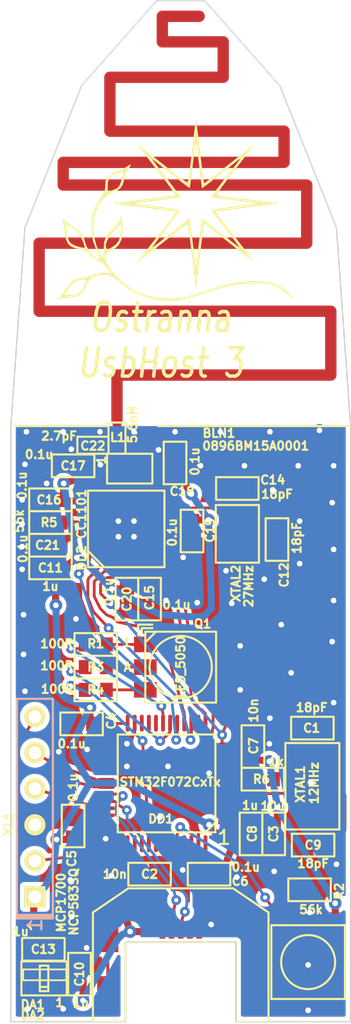
<source format=kicad_pcb>
(kicad_pcb (version 20170123) (host pcbnew "(2017-09-01 revision 8d1475135)-makepkg")
  (layers (0 F.Cu signal) (31 B.Cu signal hide) (37 F.SilkS user) (38 B.Mask user) (39 F.Mask user) (44 Edge.Cuts user))
  (net 0 "")
  (net 1 +3.3V)
  (net 2 +5V)
  (net 3 /CC_CS)
  (net 4 /CC_GDO0)
  (net 5 /CC_GDO2)
  (net 6 /CC_MISO)
  (net 7 /CC_MOSI)
  (net 8 /CC_SCK)
  (net 9 /RF1)
  (net 10 /RF2)
  (net 11 /SWCLK)
  (net 12 /SWDIO)
  (net 13 /UART_RX)
  (net 14 /UART_TX)
  (net 15 GND)
  (net 16 "Net-(ANT1-Pad1)")
  (net 17 "Net-(BLN1-Pad1)")
  (net 18 /D-)
  (net 19 /D+)
  (net 20 "Net-(DD2-Pad17)")
  (net 21 "Net-(C12-Pad1)")
  (net 22 "Net-(C14-Pad1)")
  (net 23 "Net-(C15-Pad1)")
  (net 24 /LED_R)
  (net 25 /LED_G)
  (net 26 /LED_B)
  (net 27 "Net-(DD1-Pad44)")
  (net 28 "Net-(C1-Pad1)")
  (net 29 "Net-(C9-Pad1)")
  (net 30 "Net-(DD1-Pad2)")
  (net 31 "Net-(DD1-Pad3)")
  (net 32 "Net-(DD1-Pad4)")
  (net 33 "Net-(DD1-Pad6)")
  (net 34 "Net-(DD1-Pad7)")
  (net 35 "Net-(DD1-Pad10)")
  (net 36 "Net-(DD1-Pad11)")
  (net 37 "Net-(DD1-Pad20)")
  (net 38 "Net-(DD1-Pad21)")
  (net 39 "Net-(DD1-Pad22)")
  (net 40 "Net-(DD1-Pad25)")
  (net 41 "Net-(DD1-Pad26)")
  (net 42 "Net-(DD1-Pad27)")
  (net 43 "Net-(DD1-Pad28)")
  (net 44 "Net-(DD1-Pad29)")
  (net 45 "Net-(DD1-Pad38)")
  (net 46 "Net-(DD1-Pad39)")
  (net 47 "Net-(DD1-Pad41)")
  (net 48 "Net-(DD1-Pad42)")
  (net 49 "Net-(DD1-Pad43)")
  (net 50 "Net-(DD1-Pad45)")
  (net 51 "Net-(DD1-Pad46)")
  (net 52 PwrMCU)
  (net 53 "Net-(XL3-PadH4)")
  (net 54 "Net-(XL3-PadH1)")
  (net 55 "Net-(Q1-Pad3)")
  (net 56 "Net-(Q1-Pad2)")
  (net 57 "Net-(Q1-Pad1)")
  (module LEDs:LED_5050 (layer F.Cu) (at 179 168)
    (fp_text reference Q1 (at 1.55 -3.05) (layer F.SilkS) (effects (font (size 0.59944 0.59944) (thickness 0.14986))))
    (fp_text value LED_5050 (at 0 0 90) (layer F.SilkS) (effects (font (size 0.59944 0.59944) (thickness 0.14986))))
    (fp_text user A (at -3.75 0) (layer F.SilkS) (effects (font (size 0.6 0.6))))
    (fp_text user 1 (at -3.8 -1.75) (layer F.SilkS) (effects (font (size 0.6 0.6))))
    (pad 3 smd rect (at -2.5 1.6) (size 1.6 1.1) (layers F.Cu F.Mask) (net 55 "Net-(Q1-Pad3)"))
    (pad 2 smd rect (at -2.5 0) (size 1.6 1.1) (layers F.Cu F.Mask) (net 56 "Net-(Q1-Pad2)"))
    (pad 1 smd rect (at -2.5 -1.6) (size 1.6 1.1) (layers F.Cu F.Mask) (net 57 "Net-(Q1-Pad1)"))
    (pad 4 smd rect (at 2.5 1.6) (size 1.6 1.1) (layers F.Cu F.Mask) (net 15 GND))
    (pad 5 smd rect (at 2.5 0) (size 1.6 1.1) (layers F.Cu F.Mask) (net 15 GND))
    (pad 6 smd rect (at 2.5 -1.6) (size 1.6 1.1) (layers F.Cu F.Mask) (net 15 GND))
  )
  (module Connectors:USBmicro_MOLEX_WM17142 (layer F.Cu) (at 179 187.4 90)
    (fp_text reference XL3 hide)
    (fp_text value USB_MINI_B hide)
    (pad 5 smd rect (at 0.875 1.3 90) (size 1.25 0.4) (layers F.Cu F.Mask) (net 15 GND))
    (pad 4 smd rect (at 0.875 0.65 90) (size 1.25 0.4) (layers F.Cu F.Mask) (net 15 GND))
    (pad 3 smd rect (at 0.875 0 90) (size 1.25 0.4) (layers F.Cu F.Mask) (net 19 /D+))
    (pad 2 smd rect (at 0.875 -0.65 90) (size 1.25 0.4) (layers F.Cu F.Mask) (net 18 /D-))
    (pad 1 smd rect (at 0.875 -1.3 90) (size 1.25 0.4) (layers F.Cu F.Mask) (net 2 +5V))
    (pad H3 smd rect (at 2.75 2.2 180) (size 2.5 1.5) (layers F.Cu F.Mask))
    (pad H2 smd rect (at 2.75 -2.2 180) (size 2.5 1.5) (layers F.Cu F.Mask))
    (pad H4 smd rect (at 0.55 5.15 90) (size 2.5 1.5) (layers F.Cu F.Mask) (net 53 "Net-(XL3-PadH4)"))
    (pad H1 smd rect (at 0.55 -5.15 90) (size 2.5 1.5) (layers F.Cu F.Mask) (net 54 "Net-(XL3-PadH1)"))
    (pad H4 smd rect (at -3.65 5.15 90) (size 2.5 1.5) (layers F.Cu F.Mask) (net 53 "Net-(XL3-PadH4)"))
    (pad H1 smd rect (at -3.65 -5.15 90) (size 2.5 1.5) (layers F.Cu F.Mask) (net 54 "Net-(XL3-PadH1)"))
  )
  (module Radio:BALUN_JOHANSON868 (layer F.Cu) (at 175.4 154 90)
    (fp_text reference BLN1 (at 2.5 6.3 180) (layer F.SilkS) (effects (font (size 0.6 0.6))))
    (fp_text value 0896BM15A0001 (at 1.6 8.9 180) (layer F.SilkS) (effects (font (size 0.6 0.6))))
    (fp_text user 1 (at 0.6 -2 90) (layer F.SilkS) (effects (font (size 0.6 0.6))))
    (pad 1 smd rect (at 0.65 -0.9 90) (size 0.35 1) (layers F.Cu F.Mask) (net 17 "Net-(BLN1-Pad1)"))
    (pad 2 smd rect (at 0 -0.9 90) (size 0.35 1) (layers F.Cu F.Mask) (net 15 GND))
    (pad 3 smd rect (at -0.65 -0.9 90) (size 0.35 1) (layers F.Cu F.Mask) (net 10 /RF2))
    (pad 4 smd rect (at -0.65 0.9 90) (size 0.35 1) (layers F.Cu F.Mask) (net 9 /RF1))
    (pad 5 smd rect (at 0 0.9 90) (size 0.35 1) (layers F.Cu F.Mask) (net 15 GND))
    (pad 6 smd rect (at 0.65 0.9 90) (size 0.35 1) (layers F.Cu F.Mask) (net 15 GND))
  )
  (module Capacitors:CAP_0603 (layer F.Cu) (at 188.3 172.3)
    (fp_text reference C1 (at -0.05 0) (layer F.SilkS) (effects (font (size 0.6 0.6))))
    (fp_text value 18pF (at -0.05 -1.45 180) (layer F.SilkS) (effects (font (size 0.6 0.6))))
    (pad 1 smd rect (at -0.762 0) (size 0.889 1.016) (layers F.Cu F.Mask) (net 28 "Net-(C1-Pad1)"))
    (pad 2 smd rect (at 0.762 0) (size 0.889 1.016) (layers F.Cu F.Mask) (net 15 GND))
  )
  (module Capacitors:CAP_0603 (layer F.Cu) (at 172 172 180)
    (fp_text reference C4 (at -2.1 0.2 270) (layer F.SilkS) (effects (font (size 0.6 0.6))))
    (fp_text value 0.1u (at 0.7 -1.4 180) (layer F.SilkS) (effects (font (size 0.6 0.6))))
    (pad 1 smd rect (at -0.762 0 180) (size 0.889 1.016) (layers F.Cu F.Mask) (net 1 +3.3V))
    (pad 2 smd rect (at 0.762 0 180) (size 0.889 1.016) (layers F.Cu F.Mask) (net 15 GND))
  )
  (module Capacitors:CAP_0603 (layer F.Cu) (at 171.4 179.2 90)
    (fp_text reference C5 (at -2.3 -0.1 90) (layer F.SilkS) (effects (font (size 0.6 0.6))))
    (fp_text value 0.1u (at 2.7 0 90) (layer F.SilkS) (effects (font (size 0.6 0.6))))
    (pad 1 smd rect (at -0.762 0 90) (size 0.889 1.016) (layers F.Cu F.Mask) (net 1 +3.3V))
    (pad 2 smd rect (at 0.762 0 90) (size 0.889 1.016) (layers F.Cu F.Mask) (net 15 GND))
  )
  (module Capacitors:CAP_0603 (layer F.Cu) (at 181 182.6 180)
    (fp_text reference C6 (at -2.2 -0.5 180) (layer F.SilkS) (effects (font (size 0.6 0.6))))
    (fp_text value 0.1u (at -2.6 0.5 180) (layer F.SilkS) (effects (font (size 0.6 0.6))))
    (pad 1 smd rect (at -0.762 0 180) (size 0.889 1.016) (layers F.Cu F.Mask) (net 1 +3.3V))
    (pad 2 smd rect (at 0.762 0 180) (size 0.889 1.016) (layers F.Cu F.Mask) (net 15 GND))
  )
  (module Capacitors:CAP_0603 (layer F.Cu) (at 184.1 173.6 90)
    (fp_text reference C7 (at 0.05 0.05 90) (layer F.SilkS) (effects (font (size 0.6 0.6))))
    (fp_text value 10n (at 2.55 0.05 90) (layer F.SilkS) (effects (font (size 0.6 0.6))))
    (pad 1 smd rect (at -0.762 0 90) (size 0.889 1.016) (layers F.Cu F.Mask) (net 1 +3.3V))
    (pad 2 smd rect (at 0.762 0 90) (size 0.889 1.016) (layers F.Cu F.Mask) (net 15 GND))
  )
  (module Capacitors:CAP_0603 (layer F.Cu) (at 183.9663 179.7598 270)
    (fp_text reference C8 (at -0.0098 -0.0837 270) (layer F.SilkS) (effects (font (size 0.6 0.6))))
    (fp_text value 1u (at -2.0098 0.0663) (layer F.SilkS) (effects (font (size 0.6 0.6))))
    (pad 1 smd rect (at -0.762 0 270) (size 0.889 1.016) (layers F.Cu F.Mask) (net 1 +3.3V))
    (pad 2 smd rect (at 0.762 0 270) (size 0.889 1.016) (layers F.Cu F.Mask) (net 15 GND))
  )
  (module Capacitors:CAP_0603 (layer F.Cu) (at 171.85 189.65 90)
    (fp_text reference C10 (at 0 0 270) (layer F.SilkS) (effects (font (size 0.6 0.6))))
    (fp_text value 1u (at -2.05 0.1 180) (layer F.SilkS) (effects (font (size 0.6 0.6))))
    (pad 1 smd rect (at -0.762 0 90) (size 0.889 1.016) (layers F.Cu F.Mask) (net 2 +5V))
    (pad 2 smd rect (at 0.762 0 90) (size 0.889 1.016) (layers F.Cu F.Mask) (net 15 GND))
  )
  (module Capacitors:CAP_0603 (layer F.Cu) (at 169.3 187.9)
    (fp_text reference C13 (at 0 0 180) (layer F.SilkS) (effects (font (size 0.6 0.6))))
    (fp_text value 1u (at -1.6 -1.25 180) (layer F.SilkS) (effects (font (size 0.6 0.6))))
    (pad 1 smd rect (at -0.762 0) (size 0.889 1.016) (layers F.Cu F.Mask) (net 1 +3.3V))
    (pad 2 smd rect (at 0.762 0) (size 0.889 1.016) (layers F.Cu F.Mask) (net 15 GND))
  )
  (module Capacitors:CAP_0603 (layer F.Cu) (at 183 155.4)
    (fp_text reference C14 (at 2.5 -0.6) (layer F.SilkS) (effects (font (size 0.6 0.6))))
    (fp_text value 18pF (at 2.8 0.4) (layer F.SilkS) (effects (font (size 0.6 0.6))))
    (pad 1 smd rect (at -0.762 0) (size 0.889 1.016) (layers F.Cu F.Mask) (net 22 "Net-(C14-Pad1)"))
    (pad 2 smd rect (at 0.762 0) (size 0.889 1.016) (layers F.Cu F.Mask) (net 15 GND))
  )
  (module Capacitors:CAP_0603 (layer F.Cu) (at 176.8 163.2 270)
    (fp_text reference C15 (at -0.1 0 270) (layer F.SilkS) (effects (font (size 0.6 0.6))))
    (fp_text value 0.1u (at 0.4 -1.9) (layer F.SilkS) (effects (font (size 0.6 0.6))))
    (pad 1 smd rect (at -0.762 0 270) (size 0.889 1.016) (layers F.Cu F.Mask) (net 23 "Net-(C15-Pad1)"))
    (pad 2 smd rect (at 0.762 0 270) (size 0.889 1.016) (layers F.Cu F.Mask) (net 15 GND))
  )
  (module Capacitors:CAP_0603 (layer F.Cu) (at 169.8 156.2 180)
    (fp_text reference C16 (at 0.1 0 180) (layer F.SilkS) (effects (font (size 0.6 0.6))))
    (fp_text value 0.1u (at 2 1 270) (layer F.SilkS) (effects (font (size 0.6 0.6))))
    (pad 1 smd rect (at -0.762 0 180) (size 0.889 1.016) (layers F.Cu F.Mask) (net 1 +3.3V))
    (pad 2 smd rect (at 0.762 0 180) (size 0.889 1.016) (layers F.Cu F.Mask) (net 15 GND))
  )
  (module Capacitors:CAP_0603 (layer F.Cu) (at 171.4 153.8 180)
    (fp_text reference C17 (at 0 0 180) (layer F.SilkS) (effects (font (size 0.6 0.6))))
    (fp_text value 0.1u (at 2.4 0.8 180) (layer F.SilkS) (effects (font (size 0.6 0.6))))
    (pad 1 smd rect (at -0.762 0 180) (size 0.889 1.016) (layers F.Cu F.Mask) (net 1 +3.3V))
    (pad 2 smd rect (at 0.762 0 180) (size 0.889 1.016) (layers F.Cu F.Mask) (net 15 GND))
  )
  (module Capacitors:CAP_0603 (layer F.Cu) (at 178.6 153.6 90)
    (fp_text reference C18 (at -2 0.5 180) (layer F.SilkS) (effects (font (size 0.6 0.6))))
    (fp_text value 0.1u (at 0.09906 1.39954 90) (layer F.SilkS) (effects (font (size 0.6 0.6))))
    (pad 1 smd rect (at -0.762 0 90) (size 0.889 1.016) (layers F.Cu F.Mask) (net 1 +3.3V))
    (pad 2 smd rect (at 0.762 0 90) (size 0.889 1.016) (layers F.Cu F.Mask) (net 15 GND))
  )
  (module Capacitors:CAP_0603 (layer F.Cu) (at 179.8 158.4 270)
    (fp_text reference C19 (at -0.0635 -1.27 270) (layer F.SilkS) (effects (font (size 0.6 0.6))))
    (fp_text value 0.1u (at 0.09906 1.39954 270) (layer F.SilkS) (effects (font (size 0.6 0.6))))
    (pad 1 smd rect (at -0.762 0 270) (size 0.889 1.016) (layers F.Cu F.Mask) (net 1 +3.3V))
    (pad 2 smd rect (at 0.762 0 270) (size 0.889 1.016) (layers F.Cu F.Mask) (net 15 GND))
  )
  (module Capacitors:CAP_0603 (layer F.Cu) (at 175.2 163.2 270)
    (fp_text reference C20 (at 0 0 270) (layer F.SilkS) (effects (font (size 0.6 0.6))))
    (fp_text value 0.1u (at -0.5 1.3 270) (layer F.SilkS) (effects (font (size 0.6 0.6))))
    (pad 1 smd rect (at -0.762 0 270) (size 0.889 1.016) (layers F.Cu F.Mask) (net 1 +3.3V))
    (pad 2 smd rect (at 0.762 0 270) (size 0.889 1.016) (layers F.Cu F.Mask) (net 15 GND))
  )
  (module Capacitors:CAP_0603 (layer F.Cu) (at 169.8 159.4 180)
    (fp_text reference C21 (at 0.2 0 180) (layer F.SilkS) (effects (font (size 0.6 0.6))))
    (fp_text value 0.1u (at 1.95 -0.25 270) (layer F.SilkS) (effects (font (size 0.6 0.6))))
    (pad 1 smd rect (at -0.762 0 180) (size 0.889 1.016) (layers F.Cu F.Mask) (net 1 +3.3V))
    (pad 2 smd rect (at 0.762 0 180) (size 0.889 1.016) (layers F.Cu F.Mask) (net 15 GND))
  )
  (module SOT:SC82AB (layer F.Cu) (at 169.35 189.95 180)
    (fp_text reference DA1 (at 0.8 -1.85) (layer F.SilkS) (effects (font (size 0.6 0.6))))
    (fp_text value NCP583SQ (at -2.1 5.4 90) (layer F.SilkS) (effects (font (size 0.6 0.6))))
    (fp_text user 1 (at -1.1 -1.7 180) (layer F.SilkS) (effects (font (size 0.6 0.6))))
    (pad 1 smd rect (at -0.94996 -0.65024 180) (size 0.89916 0.70104) (layers F.Cu F.Mask) (net 2 +5V))
    (pad 2 smd oval (at -0.94996 0.65024 180) (size 0.89916 0.70104) (layers F.Cu F.Mask) (net 15 GND))
    (pad 3 smd oval (at 0.94996 0.65024 180) (size 0.89916 0.70104) (layers F.Cu F.Mask) (net 1 +3.3V))
    (pad 4 smd oval (at 0.94996 -0.65024 180) (size 0.89916 0.70104) (layers F.Cu F.Mask) (net 2 +5V))
  )
  (module LQFP_TQFP:LQFP48 (layer F.Cu) (at 178 176.2 180)
    (fp_text reference DD1 (at 0.39878 -2.49936 180) (layer F.SilkS) (effects (font (size 0.59944 0.59944) (thickness 0.14986))))
    (fp_text value STM32F072CxTx (at -0.25 0.1 180) (layer F.SilkS) (effects (font (size 0.59944 0.59944) (thickness 0.14986))))
    (fp_text user 1 (at -4.064 -3.81 180) (layer F.SilkS))
    (pad 1 smd rect (at -4.25 -2.75 180) (size 1.2 0.27) (layers F.Cu F.Mask) (net 1 +3.3V))
    (pad 2 smd oval (at -4.25 -2.25 180) (size 1.2 0.27) (layers F.Cu F.Mask) (net 30 "Net-(DD1-Pad2)"))
    (pad 3 smd oval (at -4.25 -1.75 180) (size 1.2 0.27) (layers F.Cu F.Mask) (net 31 "Net-(DD1-Pad3)"))
    (pad 4 smd oval (at -4.25 -1.25 180) (size 1.2 0.27) (layers F.Cu F.Mask) (net 32 "Net-(DD1-Pad4)"))
    (pad 5 smd oval (at -4.25 -0.75 180) (size 1.2 0.27) (layers F.Cu F.Mask) (net 29 "Net-(C9-Pad1)"))
    (pad 6 smd oval (at -4.25 -0.25 180) (size 1.2 0.27) (layers F.Cu F.Mask) (net 33 "Net-(DD1-Pad6)"))
    (pad 7 smd oval (at -4.25 0.25 180) (size 1.2 0.27) (layers F.Cu F.Mask) (net 34 "Net-(DD1-Pad7)"))
    (pad 8 smd oval (at -4.25 0.75 180) (size 1.2 0.27) (layers F.Cu F.Mask) (net 15 GND))
    (pad 9 smd oval (at -4.25 1.25 180) (size 1.2 0.27) (layers F.Cu F.Mask) (net 1 +3.3V))
    (pad 10 smd oval (at -4.25 1.75 180) (size 1.2 0.27) (layers F.Cu F.Mask) (net 35 "Net-(DD1-Pad10)"))
    (pad 11 smd oval (at -4.25 2.25 180) (size 1.2 0.27) (layers F.Cu F.Mask) (net 36 "Net-(DD1-Pad11)"))
    (pad 12 smd oval (at -4.25 2.75 180) (size 1.2 0.27) (layers F.Cu F.Mask) (net 5 /CC_GDO2))
    (pad 13 smd oval (at -2.75 4.25 270) (size 1.2 0.27) (layers F.Cu F.Mask) (net 4 /CC_GDO0))
    (pad 14 smd oval (at -2.25 4.25 270) (size 1.2 0.27) (layers F.Cu F.Mask) (net 3 /CC_CS))
    (pad 15 smd oval (at -1.75 4.25 270) (size 1.2 0.27) (layers F.Cu F.Mask) (net 8 /CC_SCK))
    (pad 16 smd oval (at -1.25 4.25 270) (size 1.2 0.27) (layers F.Cu F.Mask) (net 6 /CC_MISO))
    (pad 17 smd oval (at -0.75 4.25 270) (size 1.2 0.27) (layers F.Cu F.Mask) (net 7 /CC_MOSI))
    (pad 18 smd oval (at -0.25 4.25 270) (size 1.2 0.27) (layers F.Cu F.Mask) (net 24 /LED_R))
    (pad 19 smd oval (at 0.25 4.25 270) (size 1.2 0.27) (layers F.Cu F.Mask) (net 25 /LED_G))
    (pad 20 smd oval (at 0.75 4.25 270) (size 1.2 0.27) (layers F.Cu F.Mask) (net 37 "Net-(DD1-Pad20)"))
    (pad 21 smd oval (at 1.25 4.25 270) (size 1.2 0.27) (layers F.Cu F.Mask) (net 38 "Net-(DD1-Pad21)"))
    (pad 22 smd oval (at 1.75 4.25 270) (size 1.2 0.27) (layers F.Cu F.Mask) (net 39 "Net-(DD1-Pad22)"))
    (pad 23 smd oval (at 2.25 4.25 270) (size 1.2 0.27) (layers F.Cu F.Mask) (net 15 GND))
    (pad 24 smd oval (at 2.75 4.25 270) (size 1.2 0.27) (layers F.Cu F.Mask) (net 1 +3.3V))
    (pad 25 smd oval (at 4.25 2.75 180) (size 1.2 0.27) (layers F.Cu F.Mask) (net 40 "Net-(DD1-Pad25)"))
    (pad 26 smd oval (at 4.25 2.25 180) (size 1.2 0.27) (layers F.Cu F.Mask) (net 41 "Net-(DD1-Pad26)"))
    (pad 27 smd oval (at 4.25 1.75 180) (size 1.2 0.27) (layers F.Cu F.Mask) (net 42 "Net-(DD1-Pad27)"))
    (pad 28 smd oval (at 4.25 1.25 180) (size 1.2 0.27) (layers F.Cu F.Mask) (net 43 "Net-(DD1-Pad28)"))
    (pad 29 smd oval (at 4.25 0.75 180) (size 1.2 0.27) (layers F.Cu F.Mask) (net 44 "Net-(DD1-Pad29)"))
    (pad 30 smd oval (at 4.25 0.25 180) (size 1.2 0.27) (layers F.Cu F.Mask) (net 14 /UART_TX))
    (pad 31 smd oval (at 4.25 -0.25 180) (size 1.2 0.27) (layers F.Cu F.Mask) (net 13 /UART_RX))
    (pad 32 smd oval (at 4.25 -0.75 180) (size 1.2 0.27) (layers F.Cu F.Mask) (net 18 /D-))
    (pad 33 smd oval (at 4.25 -1.25 180) (size 1.2 0.27) (layers F.Cu F.Mask) (net 19 /D+))
    (pad 34 smd oval (at 4.25 -1.75 180) (size 1.2 0.27) (layers F.Cu F.Mask) (net 12 /SWDIO))
    (pad 35 smd oval (at 4.25 -2.25 180) (size 1.2 0.27) (layers F.Cu F.Mask) (net 15 GND))
    (pad 36 smd oval (at 4.25 -2.75 180) (size 1.2 0.27) (layers F.Cu F.Mask) (net 1 +3.3V))
    (pad 37 smd oval (at 2.75 -4.25 270) (size 1.2 0.27) (layers F.Cu F.Mask) (net 11 /SWCLK))
    (pad 38 smd oval (at 2.25 -4.25 270) (size 1.2 0.27) (layers F.Cu F.Mask) (net 45 "Net-(DD1-Pad38)"))
    (pad 39 smd oval (at 1.75 -4.25 270) (size 1.2 0.27) (layers F.Cu F.Mask) (net 46 "Net-(DD1-Pad39)"))
    (pad 40 smd oval (at 1.25 -4.25 270) (size 1.2 0.27) (layers F.Cu F.Mask) (net 26 /LED_B))
    (pad 41 smd oval (at 0.75 -4.25 270) (size 1.2 0.27) (layers F.Cu F.Mask) (net 47 "Net-(DD1-Pad41)"))
    (pad 42 smd oval (at 0.25 -4.25 270) (size 1.2 0.27) (layers F.Cu F.Mask) (net 48 "Net-(DD1-Pad42)"))
    (pad 43 smd oval (at -0.25 -4.25 270) (size 1.2 0.27) (layers F.Cu F.Mask) (net 49 "Net-(DD1-Pad43)"))
    (pad 44 smd oval (at -0.75 -4.25 270) (size 1.2 0.27) (layers F.Cu F.Mask) (net 27 "Net-(DD1-Pad44)"))
    (pad 45 smd oval (at -1.25 -4.25 270) (size 1.2 0.27) (layers F.Cu F.Mask) (net 50 "Net-(DD1-Pad45)"))
    (pad 46 smd oval (at -1.75 -4.25 270) (size 1.2 0.27) (layers F.Cu F.Mask) (net 51 "Net-(DD1-Pad46)"))
    (pad 47 smd oval (at -2.25 -4.25 270) (size 1.2 0.27) (layers F.Cu F.Mask) (net 15 GND))
    (pad 48 smd oval (at -2.75 -4.25 270) (size 1.2 0.27) (layers F.Cu F.Mask) (net 1 +3.3V))
  )
  (module QFN_DFN:QFN20 (layer F.Cu) (at 175.15 158.25 90)
    (fp_text reference DD2 (at -2.05 -3.15 90) (layer F.SilkS) (effects (font (size 0.6 0.6))))
    (fp_text value CC1101 (at 1.05 -3.15 90) (layer F.SilkS) (effects (font (size 0.6 0.6))))
    (pad 1 smd rect (at -1.95 -1 90) (size 1.1 0.28) (layers F.Cu F.Mask) (net 8 /CC_SCK))
    (pad 2 smd oval (at -1.95 -0.5 90) (size 1.1 0.28) (layers F.Cu F.Mask) (net 6 /CC_MISO))
    (pad 3 smd oval (at -1.95 0 90) (size 1.1 0.28) (layers F.Cu F.Mask) (net 5 /CC_GDO2))
    (pad 4 smd oval (at -1.95 0.5 90) (size 1.1 0.28) (layers F.Cu F.Mask) (net 1 +3.3V))
    (pad 5 smd oval (at -1.95 1 90) (size 1.1 0.28) (layers F.Cu F.Mask) (net 23 "Net-(C15-Pad1)"))
    (pad 6 smd oval (at -1 1.95 180) (size 1.1 0.28) (layers F.Cu F.Mask) (net 4 /CC_GDO0))
    (pad 7 smd oval (at -0.5 1.95 180) (size 1.1 0.28) (layers F.Cu F.Mask) (net 3 /CC_CS))
    (pad 8 smd oval (at 0 1.95 180) (size 1.1 0.28) (layers F.Cu F.Mask) (net 21 "Net-(C12-Pad1)"))
    (pad 9 smd oval (at 0.5 1.95 180) (size 1.1 0.28) (layers F.Cu F.Mask) (net 1 +3.3V))
    (pad 10 smd oval (at 1 1.95 180) (size 1.1 0.28) (layers F.Cu F.Mask) (net 22 "Net-(C14-Pad1)"))
    (pad 11 smd oval (at 1.95 1 270) (size 1.1 0.28) (layers F.Cu F.Mask) (net 1 +3.3V))
    (pad 12 smd oval (at 1.95 0.5 270) (size 1.1 0.28) (layers F.Cu F.Mask) (net 9 /RF1))
    (pad 13 smd oval (at 1.95 0 270) (size 1.1 0.28) (layers F.Cu F.Mask) (net 10 /RF2))
    (pad 14 smd oval (at 1.95 -0.5 270) (size 1.1 0.28) (layers F.Cu F.Mask) (net 1 +3.3V))
    (pad 15 smd oval (at 1.95 -1 270) (size 1.1 0.28) (layers F.Cu F.Mask) (net 1 +3.3V))
    (pad 16 smd oval (at 1 -1.95 180) (size 1.1 0.28) (layers F.Cu F.Mask) (net 15 GND))
    (pad 17 smd oval (at 0.5 -1.95 180) (size 1.1 0.28) (layers F.Cu F.Mask) (net 20 "Net-(DD2-Pad17)"))
    (pad 18 smd oval (at 0 -1.95 180) (size 1.1 0.28) (layers F.Cu F.Mask) (net 1 +3.3V))
    (pad 19 smd oval (at -0.5 -1.95 180) (size 1.1 0.28) (layers F.Cu F.Mask) (net 15 GND))
    (pad 20 smd oval (at -1 -1.95 180) (size 1.1 0.28) (layers F.Cu F.Mask) (net 7 /CC_MOSI))
    (pad PAD thru_hole rect (at -0.55 -0.55 90) (size 1.1 1.1) (drill 0.4) (layers *.Cu F.Mask) (net 15 GND))
    (pad PAD thru_hole rect (at 0.55 -0.55 90) (size 1.1 1.1) (drill 0.4) (layers *.Cu F.Mask) (net 15 GND))
    (pad PAD thru_hole rect (at -0.55 0.55 90) (size 1.1 1.1) (drill 0.4) (layers *.Cu F.Mask) (net 15 GND))
    (pad PAD thru_hole rect (at 0.55 0.55 90) (size 1.1 1.1) (drill 0.4) (layers *.Cu F.Mask) (net 15 GND))
  )
  (module Inductors:IND_0402 (layer F.Cu) (at 174.5 151.85 270)
    (fp_text reference L1 (at -0.05 -0.05) (layer F.SilkS) (effects (font (size 0.6 0.6))))
    (fp_text value 5.6nH (at -0.95 -1.1 270) (layer F.SilkS) (effects (font (size 0.6 0.6))))
    (pad 1 smd rect (at -0.5 0 270) (size 0.6 0.6) (layers F.Cu F.Mask) (net 16 "Net-(ANT1-Pad1)"))
    (pad 2 smd rect (at 0.5 0 270) (size 0.6 0.6) (layers F.Cu F.Mask) (net 17 "Net-(BLN1-Pad1)"))
  )
  (module Resistors:RES_0603 (layer F.Cu) (at 173 166.4 180)
    (fp_text reference R1 (at 0 0.05 180) (layer F.SilkS) (effects (font (size 0.6 0.6))))
    (fp_text value 100R (at 2.75 0.05) (layer F.SilkS) (effects (font (size 0.6 0.6))))
    (pad 1 smd rect (at -0.75 0 180) (size 0.9 1) (layers F.Cu F.Mask) (net 57 "Net-(Q1-Pad1)"))
    (pad 2 smd rect (at 0.75 0 180) (size 0.9 1) (layers F.Cu F.Mask) (net 25 /LED_G))
  )
  (module Resistors:RES_0603 (layer F.Cu) (at 188.1 183.7)
    (fp_text reference R2 (at 2.1 0.1 90) (layer F.SilkS) (effects (font (size 0.6 0.6))))
    (fp_text value 56k (at 0.09906 1.39954) (layer F.SilkS) (effects (font (size 0.6 0.6))))
    (pad 1 smd rect (at -0.75 0) (size 0.9 1) (layers F.Cu F.Mask) (net 27 "Net-(DD1-Pad44)"))
    (pad 2 smd rect (at 0.75 0) (size 0.9 1) (layers F.Cu F.Mask) (net 15 GND))
  )
  (module Resistors:RES_0603 (layer F.Cu) (at 173 168 180)
    (fp_text reference R3 (at 0 0 180) (layer F.SilkS) (effects (font (size 0.6 0.6))))
    (fp_text value 100R (at 2.75 0.1 180) (layer F.SilkS) (effects (font (size 0.6 0.6))))
    (pad 1 smd rect (at -0.75 0 180) (size 0.9 1) (layers F.Cu F.Mask) (net 56 "Net-(Q1-Pad2)"))
    (pad 2 smd rect (at 0.75 0 180) (size 0.9 1) (layers F.Cu F.Mask) (net 24 /LED_R))
  )
  (module PCB:TESTPOINT_1MM (layer F.Cu) (at 178.772 162.33 90)
    (fp_text reference TP1 hide)
    (fp_text value TESTPOINT hide)
    (pad 1 smd circle (at 0 0 90) (size 1 1) (layers F.Cu F.Mask) (net 4 /CC_GDO0))
  )
  (module PCB:TESTPOINT_1MM (layer F.Cu) (at 182.313 171.7395 90)
    (fp_text reference TP2 hide)
    (fp_text value TESTPOINT hide)
    (pad 1 smd circle (at 0 0 90) (size 1 1) (layers F.Cu F.Mask) (net 5 /CC_GDO2))
  )
  (module Resistors:RES_0603 (layer F.Cu) (at 169.8 157.8 180)
    (fp_text reference R5 (at 0.1 0 180) (layer F.SilkS) (effects (font (size 0.6 0.6))))
    (fp_text value 56k (at 2.2 0.1 270) (layer F.SilkS) (effects (font (size 0.6 0.6))))
    (pad 1 smd rect (at -0.75 0 180) (size 0.9 1) (layers F.Cu F.Mask) (net 20 "Net-(DD2-Pad17)"))
    (pad 2 smd rect (at 0.75 0 180) (size 0.9 1) (layers F.Cu F.Mask) (net 15 GND))
  )
  (module Capacitors:CAP_0603 (layer F.Cu) (at 176.8 182.6 180)
    (fp_text reference C2 (at 0 0) (layer F.SilkS) (effects (font (size 0.6 0.6))))
    (fp_text value 10n (at 2.45 0) (layer F.SilkS) (effects (font (size 0.6 0.6))))
    (pad 1 smd rect (at -0.762 0 180) (size 0.889 1.016) (layers F.Cu F.Mask) (net 15 GND))
    (pad 2 smd rect (at 0.762 0 180) (size 0.889 1.016) (layers F.Cu F.Mask) (net 2 +5V))
  )
  (module Capacitors:CAP_0603 (layer F.Cu) (at 185.8 159 90)
    (fp_text reference C12 (at -2.5 0.5 90) (layer F.SilkS) (effects (font (size 0.6 0.6))))
    (fp_text value 18pF (at 0.09906 1.39954 90) (layer F.SilkS) (effects (font (size 0.6 0.6))))
    (pad 1 smd rect (at -0.762 0 90) (size 0.889 1.016) (layers F.Cu F.Mask) (net 21 "Net-(C12-Pad1)"))
    (pad 2 smd rect (at 0.762 0 90) (size 0.889 1.016) (layers F.Cu F.Mask) (net 15 GND))
  )
  (module Capacitors:CAP_0402 (layer F.Cu) (at 172.8 152.35 180)
    (fp_text reference C22 (at 0 -0.05 180) (layer F.SilkS) (effects (font (size 0.6 0.6))))
    (fp_text value 2.7pF (at 2.4 0.65 180) (layer F.SilkS) (effects (font (size 0.6 0.6))))
    (pad 1 smd rect (at -0.5 0 180) (size 0.6 0.6) (layers F.Cu F.Mask) (net 17 "Net-(BLN1-Pad1)"))
    (pad 2 smd rect (at 0.5 0 180) (size 0.6 0.6) (layers F.Cu F.Mask) (net 15 GND))
  )
  (module Quartz:03225C4 (layer F.Cu) (at 183 158.6 90)
    (fp_text reference XTAL2 (at -3.5 -0.1 90) (layer F.SilkS) (effects (font (size 0.59944 0.59944) (thickness 0.14986))))
    (fp_text value 27MHz (at -3.7 0.8 90) (layer F.SilkS) (effects (font (size 0.59944 0.59944) (thickness 0.14986))))
    (pad 1 smd rect (at -1.1 0.8 90) (size 1.4 1) (layers F.Cu F.Mask) (net 21 "Net-(C12-Pad1)"))
    (pad H smd rect (at 1.1 0.8 90) (size 1.4 1) (layers F.Cu F.Mask) (net 15 GND))
    (pad 2 smd rect (at 1.1 -0.8 90) (size 1.4 1) (layers F.Cu F.Mask) (net 22 "Net-(C14-Pad1)"))
    (pad H smd rect (at -1.1 -0.8 90) (size 1.4 1) (layers F.Cu F.Mask) (net 15 GND))
  )
  (module Resistors:RES_0603 (layer F.Cu) (at 184.8 175.9 180)
    (fp_text reference R6 (at 0.1 0 180) (layer F.SilkS) (effects (font (size 0.6 0.6))))
    (fp_text value 1k (at -0.95 1.25 180) (layer F.SilkS) (effects (font (size 0.6 0.6))))
    (pad 1 smd rect (at -0.75 0 180) (size 0.9 1) (layers F.Cu F.Mask) (net 28 "Net-(C1-Pad1)"))
    (pad 2 smd rect (at 0.75 0 180) (size 0.9 1) (layers F.Cu F.Mask) (net 33 "Net-(DD1-Pad6)"))
  )
  (module BtnsSwitches:BTN_4x4_SMD (layer F.Cu) (at 188 188.8 90)
    (fp_text reference SW1 hide)
    (fp_text value BUTTON hide)
    (pad 1 smd rect (at 2.99974 -1.84912 90) (size 1.00076 1.09982) (layers F.Cu F.Mask) (net 27 "Net-(DD1-Pad44)"))
    (pad 2 smd rect (at 2.99974 1.84912 90) (size 1.00076 1.09982) (layers F.Cu F.Mask) (net 1 +3.3V))
    (pad 2 smd rect (at -2.99974 1.84912 90) (size 1.00076 1.09982) (layers F.Cu F.Mask) (net 1 +3.3V))
    (pad 1 smd rect (at -2.99974 -1.84912 90) (size 1.00076 1.09982) (layers F.Cu F.Mask) (net 27 "Net-(DD1-Pad44)"))
  )
  (module Radio:ANT_868_SEIDHE (layer F.Cu) (at 179 151 90)
    (fp_text reference ANT1 hide)
    (fp_text value ANT_PCB_MONO hide)
    (pad 1 smd oval (at 2 -4.5 90) (size 4 0.8) (layers F.Cu) (net 16 "Net-(ANT1-Pad1)"))
    (pad 1 smd oval (at 5.85 10.6 90) (size 5.3 0.8) (layers F.Cu) (net 16 "Net-(ANT1-Pad1)"))
    (pad 1 smd oval (at 10.5 -10 90) (size 5.6 0.8) (layers F.Cu) (net 16 "Net-(ANT1-Pad1)"))
    (pad 1 smd oval (at 14.95 8.9 90) (size 4.9 0.8) (layers F.Cu) (net 16 "Net-(ANT1-Pad1)"))
    (pad 1 smd oval (at 17.8 -8.3 90) (size 2.4 0.8) (layers F.Cu) (net 16 "Net-(ANT1-Pad1)"))
    (pad 1 smd oval (at 19.7 7.3 90) (size 3 0.8) (layers F.Cu) (net 16 "Net-(ANT1-Pad1)"))
    (pad 1 smd oval (at 22.7 -5 90) (size 4.6 0.8) (layers F.Cu) (net 16 "Net-(ANT1-Pad1)"))
    (pad 1 smd oval (at 3.6 3.05 90) (size 0.8 15.9) (layers F.Cu) (net 16 "Net-(ANT1-Pad1)"))
    (pad 1 smd oval (at 8.1 0.3 90) (size 0.8 21.4) (layers F.Cu) (net 16 "Net-(ANT1-Pad1)"))
    (pad 1 smd oval (at 12.9 -0.55 90) (size 0.8 19.7) (layers F.Cu) (net 16 "Net-(ANT1-Pad1)"))
    (pad 1 smd oval (at 17 0.3 90) (size 0.8 18) (layers F.Cu) (net 16 "Net-(ANT1-Pad1)"))
    (pad 1 smd oval (at 18.6 -0.5 90) (size 0.8 16.4) (layers F.Cu) (net 16 "Net-(ANT1-Pad1)"))
    (pad 1 smd oval (at 20.8 1.15 90) (size 0.8 13.1) (layers F.Cu) (net 16 "Net-(ANT1-Pad1)"))
    (pad 1 smd oval (at 27.1 0.85 90) (size 0.8 5.1) (layers F.Cu) (net 16 "Net-(ANT1-Pad1)"))
    (pad 1 smd oval (at 24.6 -1 90) (size 0.8 8.8) (layers F.Cu) (net 16 "Net-(ANT1-Pad1)"))
    (pad 1 smd oval (at 25.85 3 90) (size 3.3 0.8) (layers F.Cu) (net 16 "Net-(ANT1-Pad1)"))
    (pad 1 smd oval (at 28 -1.3 90) (size 2.6 0.8) (layers F.Cu) (net 16 "Net-(ANT1-Pad1)"))
    (pad 1 smd oval (at 28.9 0 90) (size 0.8 3.4) (layers F.Cu) (net 16 "Net-(ANT1-Pad1)"))
  )
  (module Capacitors:CAP_0603 (layer F.Cu) (at 185.5663 179.7598 270)
    (fp_text reference C3 (at 0 0 270) (layer F.SilkS) (effects (font (size 0.6 0.6))))
    (fp_text value 10u (at -1.9598 0.0663) (layer F.SilkS) (effects (font (size 0.6 0.6))))
    (pad 1 smd rect (at -0.762 0 270) (size 0.889 1.016) (layers F.Cu F.Mask) (net 1 +3.3V))
    (pad 2 smd rect (at 0.762 0 270) (size 0.889 1.016) (layers F.Cu F.Mask) (net 15 GND))
  )
  (module Capacitors:CAP_0603 (layer F.Cu) (at 188.35 180.55 180)
    (fp_text reference C9 (at 0 0 180) (layer F.SilkS) (effects (font (size 0.6 0.6))))
    (fp_text value 18pF (at 0 -1.3 180) (layer F.SilkS) (effects (font (size 0.6 0.6))))
    (pad 2 smd rect (at 0.762 0 180) (size 0.889 1.016) (layers F.Cu F.Mask) (net 15 GND))
    (pad 1 smd rect (at -0.762 0 180) (size 0.889 1.016) (layers F.Cu F.Mask) (net 29 "Net-(C9-Pad1)"))
  )
  (module Capacitors:CAP_0603 (layer F.Cu) (at 169.8 161 180)
    (fp_text reference C11 (at 0 0 180) (layer F.SilkS) (effects (font (size 0.6 0.6))))
    (fp_text value 1u (at 0 -1.3 180) (layer F.SilkS) (effects (font (size 0.6 0.6))))
    (pad 2 smd rect (at 0.762 0 180) (size 0.889 1.016) (layers F.Cu F.Mask) (net 15 GND))
    (pad 1 smd rect (at -0.762 0 180) (size 0.889 1.016) (layers F.Cu F.Mask) (net 1 +3.3V))
  )
  (module SOT:SOT23-3 (layer F.Cu) (at 169.4 189.7)
    (fp_text reference DA2 (at -0.85 2.85) (layer F.SilkS) (effects (font (size 0.6 0.6))))
    (fp_text value MCP1700 (at 1.15 -5.1 90) (layer F.SilkS) (effects (font (size 0.59944 0.59944) (thickness 0.14986))))
    (pad 2 smd rect (at -0.889 -1.016) (size 0.9144 0.9144) (layers F.Cu F.Mask) (net 1 +3.3V))
    (pad 1 smd rect (at 0.889 -1.016) (size 0.9144 0.9144) (layers F.Cu F.Mask) (net 15 GND))
    (pad 3 smd rect (at 0 1.016) (size 0.9144 0.9144) (layers F.Cu F.Mask) (net 2 +5V))
  )
  (module Resistors:RES_0603 (layer F.Cu) (at 173 169.6 180)
    (fp_text reference R4 (at 0 0 180) (layer F.SilkS) (effects (font (size 0.6 0.6))))
    (fp_text value 100R (at 2.7 0.05 180) (layer F.SilkS) (effects (font (size 0.6 0.6))))
    (pad 1 smd rect (at -0.75 0 180) (size 0.9 1) (layers F.Cu F.Mask) (net 55 "Net-(Q1-Pad3)"))
    (pad 2 smd rect (at 0.75 0 180) (size 0.9 1) (layers F.Cu F.Mask) (net 26 /LED_B))
  )
  (module Connectors:PLS-6 (layer F.Cu) (at 168.7 184.2 90)
    (fp_text reference XL1 (at 5.14096 -1.84912 90) (layer F.SilkS) (effects (font (size 0.6 0.6))))
    (fp_text value CONN_6 hide)
    (fp_text user 1 (at -2 0 90) (layer B.SilkS) (effects (justify mirror)))
    (fp_text user 1 (at -2 0 90) (layer F.SilkS))
    (pad 1 thru_hole rect (at 0 0 90) (size 1.5 1.5) (drill 0.9) (layers *.Cu *.Mask F.SilkS) (net 52 PwrMCU))
    (pad 2 thru_hole circle (at 2.54 0 90) (size 1.5 1.5) (drill 0.9) (layers *.Cu *.Mask F.SilkS) (net 11 /SWCLK))
    (pad 3 thru_hole circle (at 5.08 0 90) (size 1.5 1.5) (drill 0.9) (layers *.Cu *.Mask F.SilkS) (net 15 GND))
    (pad 4 thru_hole circle (at 7.62 0 90) (size 1.5 1.5) (drill 0.9) (layers *.Cu *.Mask F.SilkS) (net 12 /SWDIO))
    (pad 5 thru_hole circle (at 10.16 0 90) (size 1.5 1.5) (drill 0.9) (layers *.Cu *.Mask F.SilkS) (net 14 /UART_TX))
    (pad 6 thru_hole circle (at 12.7 0 90) (size 1.5 1.5) (drill 0.9) (layers *.Cu *.Mask F.SilkS) (net 13 /UART_RX))
  )
  (module Quartz:0503x4-4 (layer F.Cu) (at 188.3 176.4 90)
    (fp_text reference XTAL1 (at 0.15 -0.85 90) (layer F.SilkS) (effects (font (size 0.6 0.6))))
    (fp_text value 12MHz (at 0.22098 0.11938 90) (layer F.SilkS) (effects (font (size 0.6 0.6))))
    (pad 1 smd rect (at -1.84912 1.09982 90) (size 1.89992 1.19888) (layers F.Cu F.Mask) (net 29 "Net-(C9-Pad1)"))
    (pad H smd rect (at 1.84912 1.09982 90) (size 1.89992 1.19888) (layers F.Cu F.Mask) (net 15 GND))
    (pad 2 smd rect (at 1.84912 -1.09982 90) (size 1.89992 1.19888) (layers F.Cu F.Mask) (net 28 "Net-(C1-Pad1)"))
    (pad H smd rect (at -1.84912 -1.09982 90) (size 1.89992 1.19888) (layers F.Cu F.Mask) (net 15 GND))
  )
  (module Pictures:Ostranna_16d9_13d5 (layer F.Cu) (at 178.5 135.75)
    (fp_text reference Logo1 hide)
    (fp_text value Logo hide)
  )
  (gr_text "Ostranna\nUsbHost 3" (at 177.6 144.95) (layer F.SilkS) (effects (font (size 2 1.5) (thickness 0.25) italic)))
  (gr_line (start 177.4 151) (end 190.8 151) (angle 90) (layer F.SilkS) (width 0.15))
  (gr_line (start 167.2 151) (end 173.8 151) (angle 90) (layer F.SilkS) (width 0.15))
  (gr_line (start 175.1 193) (end 167 193) (angle 90) (layer Edge.Cuts) (width 0.1))
  (gr_line (start 175.1 187.4) (end 175.1 193) (angle 90) (layer Edge.Cuts) (width 0.1))
  (gr_line (start 182.9 187.4) (end 175.1 187.4) (angle 90) (layer Edge.Cuts) (width 0.1))
  (gr_line (start 182.9 193) (end 182.9 187.4) (angle 90) (layer Edge.Cuts) (width 0.1))
  (gr_line (start 191 193) (end 182.9 193) (angle 90) (layer Edge.Cuts) (width 0.1))
  (gr_line (start 167 193) (end 167 151) (angle 90) (layer Edge.Cuts) (width 0.1))
  (gr_line (start 191 151) (end 191 193) (angle 90) (layer Edge.Cuts) (width 0.1))
  (gr_line (start 190 137) (end 191 151) (angle 90) (layer Edge.Cuts) (width 0.1))
  (gr_line (start 186 127) (end 190 137) (angle 90) (layer Edge.Cuts) (width 0.1))
  (gr_line (start 180.7 121) (end 186 127) (angle 90) (layer Edge.Cuts) (width 0.1))
  (gr_line (start 177.3 121) (end 180.7 121) (angle 90) (layer Edge.Cuts) (width 0.1))
  (gr_line (start 172 127) (end 177.3 121) (angle 90) (layer Edge.Cuts) (width 0.1))
  (gr_line (start 168 137) (end 172 127) (angle 90) (layer Edge.Cuts) (width 0.1))
  (gr_line (start 167 151) (end 168 137) (angle 90) (layer Edge.Cuts) (width 0.1))
  (via (at 185.8507 177.9032) (size 0.9) (drill 0.4) (layers F.Cu B.Cu) (net 1))
  (via (at 189.9111 184.6498) (size 0.9) (drill 0.4) (layers F.Cu B.Cu) (net 1))
  (via (at 170.2419 180.1527) (size 0.9) (drill 0.4) (layers F.Cu B.Cu) (net 1))
  (via (at 172.5888 170.8438) (size 0.9) (drill 0.4) (layers F.Cu B.Cu) (net 1))
  (via (at 185.2581 174.6499) (size 0.9) (drill 0.4) (layers F.Cu B.Cu) (net 1))
  (via (at 171.6589 160.2711) (size 0.9) (drill 0.4) (layers F.Cu B.Cu) (net 1))
  (via (at 170.7322 155.0444) (size 0.9) (drill 0.4) (layers F.Cu B.Cu) (net 1))
  (via (at 180.9585 157.6184) (size 0.9) (drill 0.4) (layers F.Cu B.Cu) (net 1))
  (via (at 179.7547 155.7924) (size 0.9) (drill 0.4) (layers F.Cu B.Cu) (net 1))
  (via (at 174.1374 162.4792) (size 0.9) (drill 0.4) (layers F.Cu B.Cu) (net 1))
  (via (at 170.1821 163.6397) (size 0.9) (drill 0.4) (layers F.Cu B.Cu) (net 1))
  (via (at 180.9999 179.1164) (size 0.9) (drill 0.4) (layers F.Cu B.Cu) (net 1))
  (segment (start 181.1624 163.0355) (end 180.9585 157.6184) (width 0.5) (layer B.Cu) (net 1))
  (segment (start 181.1624 163.8641) (end 181.1624 163.0355) (width 0.5) (layer B.Cu) (net 1))
  (segment (start 180.5766 164.4499) (end 181.1624 163.8641) (width 0.5) (layer B.Cu) (net 1))
  (segment (start 179.748 164.4499) (end 180.5766 164.4499) (width 0.5) (layer B.Cu) (net 1))
  (segment (start 177.5466 164.2911) (end 179.748 164.4499) (width 0.5) (layer B.Cu) (net 1))
  (segment (start 174.1374 162.4792) (end 177.5466 164.2911) (width 0.5) (layer B.Cu) (net 1))
  (segment (start 170.3498 169.6776) (end 170.1821 163.6397) (width 0.5) (layer B.Cu) (net 1))
  (segment (start 170.8771 170.2049) (end 170.3498 169.6776) (width 0.5) (layer B.Cu) (net 1))
  (segment (start 172.5888 170.8438) (end 170.8771 170.2049) (width 0.5) (layer B.Cu) (net 1))
  (segment (start 171.3905 173.3865) (end 172.5888 170.8438) (width 0.5) (layer B.Cu) (net 1))
  (segment (start 171.3905 174.2151) (end 171.3905 173.3865) (width 0.5) (layer B.Cu) (net 1))
  (segment (start 172.5898 176.1633) (end 171.3905 174.2151) (width 0.5) (layer B.Cu) (net 1))
  (segment (start 185.8507 177.9032) (end 189.9111 184.6498) (width 0.5) (layer B.Cu) (net 1))
  (segment (start 175.2801 176.1811) (end 172.5898 176.1633) (width 0.5) (layer B.Cu) (net 1))
  (segment (start 180.9999 179.1164) (end 175.2801 176.1811) (width 0.5) (layer B.Cu) (net 1))
  (segment (start 172.1842 160.5179) (end 171.6589 160.2711) (width 0.5) (layer B.Cu) (net 1))
  (segment (start 172.7115 161.0452) (end 172.1842 160.5179) (width 0.5) (layer B.Cu) (net 1))
  (segment (start 174.1374 162.4792) (end 172.7115 161.0452) (width 0.5) (layer B.Cu) (net 1))
  (segment (start 185.2581 174.6499) (end 185.8507 177.9032) (width 0.5) (layer B.Cu) (net 1))
  (segment (start 170.2419 180.1527) (end 172.5898 176.1633) (width 0.5) (layer B.Cu) (net 1))
  (segment (start 169.2 183.7) (end 168.7 184.2) (width 0.5) (layer B.Cu) (net 1))
  (segment (start 169.45 183.45) (end 169.2 183.7) (width 0.5) (layer B.Cu) (net 1))
  (segment (start 169.994 182.2046) (end 169.45 183.45) (width 0.5) (layer B.Cu) (net 1))
  (segment (start 170.0001 182.1899) (end 169.994 182.2046) (width 0.5) (layer B.Cu) (net 1))
  (segment (start 170.2419 180.1527) (end 170.0001 182.1899) (width 0.5) (layer B.Cu) (net 1))
  (segment (start 180.9585 157.6184) (end 179.7547 155.7924) (width 0.5) (layer B.Cu) (net 1))
  (segment (start 171.6589 160.2711) (end 170.7322 155.0444) (width 0.5) (layer B.Cu) (net 1))
  (segment (start 189.9111 185.5499) (end 189.8491 185.8003) (width 0.5) (layer F.Cu) (net 1))
  (segment (start 189.9111 185.2999) (end 189.9111 185.5499) (width 0.5) (layer F.Cu) (net 1))
  (segment (start 189.9111 184.6498) (end 189.9111 185.2999) (width 0.5) (layer F.Cu) (net 1))
  (segment (start 175.65 160.8171) (end 175.6893 161.5433) (width 0.2) (layer F.Cu) (net 1))
  (segment (start 175.65 160.61) (end 175.65 160.8171) (width 0.2) (layer F.Cu) (net 1))
  (segment (start 175.65 160.2) (end 175.65 160.61) (width 0.2) (layer F.Cu) (net 1))
  (segment (start 170.7565 156.2789) (end 170.562 156.2) (width 0.5) (layer F.Cu) (net 1))
  (segment (start 171.0065 156.2789) (end 170.7565 156.2789) (width 0.5) (layer F.Cu) (net 1))
  (segment (start 173.5599 156.2789) (end 171.0065 156.2789) (width 0.5) (layer F.Cu) (net 1))
  (segment (start 178.858 154.5565) (end 178.6 154.362) (width 0.5) (layer F.Cu) (net 1))
  (segment (start 179.108 154.8065) (end 178.858 154.5565) (width 0.5) (layer F.Cu) (net 1))
  (segment (start 179.7547 155.7924) (end 179.108 154.8065) (width 0.5) (layer F.Cu) (net 1))
  (segment (start 174.692 162.4792) (end 174.1374 162.4792) (width 0.5) (layer F.Cu) (net 1))
  (segment (start 174.942 162.4792) (end 174.692 162.4792) (width 0.5) (layer F.Cu) (net 1))
  (segment (start 175.2 162.438) (end 174.942 162.4792) (width 0.5) (layer F.Cu) (net 1))
  (segment (start 172.5829 158.25) (end 172.0998 158.4645) (width 0.2) (layer F.Cu) (net 1))
  (segment (start 172.79 158.25) (end 172.5829 158.25) (width 0.2) (layer F.Cu) (net 1))
  (segment (start 173.2 158.25) (end 172.79 158.25) (width 0.2) (layer F.Cu) (net 1))
  (segment (start 178.342 154.5565) (end 178.6 154.362) (width 0.5) (layer F.Cu) (net 1))
  (segment (start 178.092 154.8065) (end 178.342 154.5565) (width 0.5) (layer F.Cu) (net 1))
  (segment (start 176.6857 155.591) (end 178.092 154.8065) (width 0.5) (layer F.Cu) (net 1))
  (segment (start 176.15 155.89) (end 176.6857 155.591) (width 0.2) (layer F.Cu) (net 1))
  (segment (start 176.15 156.3) (end 176.15 155.89) (width 0.2) (layer F.Cu) (net 1))
  (segment (start 171.808 179.6175) (end 171.4 179.962) (width 0.2) (layer F.Cu) (net 1))
  (segment (start 171.908 179.5175) (end 171.808 179.6175) (width 0.2) (layer F.Cu) (net 1))
  (segment (start 173.285 178.95) (end 171.908 179.5175) (width 0.2) (layer F.Cu) (net 1))
  (segment (start 173.75 178.95) (end 173.285 178.95) (width 0.2) (layer F.Cu) (net 1))
  (segment (start 181.0999 179.3129) (end 180.9999 179.1164) (width 0.5) (layer F.Cu) (net 1))
  (segment (start 181.4221 179.6351) (end 181.0999 179.3129) (width 0.5) (layer F.Cu) (net 1))
  (segment (start 182.6714 180.4726) (end 181.4221 179.6351) (width 0.5) (layer F.Cu) (net 1))
  (segment (start 182.6854 180.4726) (end 182.6714 180.4726) (width 0.5) (layer F.Cu) (net 1))
  (segment (start 189.8491 191.5493) (end 189.8491 191.7997) (width 0.5) (layer F.Cu) (net 1))
  (segment (start 189.8491 191.2993) (end 189.8491 191.5493) (width 0.5) (layer F.Cu) (net 1))
  (segment (start 189.8491 186.3007) (end 189.8491 191.2993) (width 0.5) (layer F.Cu) (net 1))
  (segment (start 189.8491 186.0507) (end 189.8491 186.3007) (width 0.5) (layer F.Cu) (net 1))
  (segment (start 189.8491 185.8003) (end 189.8491 186.0507) (width 0.5) (layer F.Cu) (net 1))
  (segment (start 170.3675 161.258) (end 170.562 161) (width 0.5) (layer F.Cu) (net 1))
  (segment (start 170.1175 161.508) (end 170.3675 161.258) (width 0.5) (layer F.Cu) (net 1))
  (segment (start 170.1175 161.6116) (end 170.1175 161.508) (width 0.5) (layer F.Cu) (net 1))
  (segment (start 170.1821 163.6397) (end 170.1175 161.6116) (width 0.5) (layer F.Cu) (net 1))
  (segment (start 172.3565 154.058) (end 172.162 153.8) (width 0.5) (layer F.Cu) (net 1))
  (segment (start 172.6065 154.308) (end 172.3565 154.058) (width 0.5) (layer F.Cu) (net 1))
  (segment (start 172.9451 154.6465) (end 172.6065 154.308) (width 0.5) (layer F.Cu) (net 1))
  (segment (start 173.7721 155.2751) (end 172.9451 154.6465) (width 0.5) (layer F.Cu) (net 1))
  (segment (start 173.8084 155.2875) (end 173.7721 155.2751) (width 0.5) (layer F.Cu) (net 1))
  (segment (start 173.9035 155.2993) (end 173.8084 155.2875) (width 0.5) (layer F.Cu) (net 1))
  (segment (start 174.3947 155.2993) (end 173.9035 155.2993) (width 0.5) (layer F.Cu) (net 1))
  (segment (start 174.4004 155.305) (end 174.3947 155.2993) (width 0.5) (layer F.Cu) (net 1))
  (segment (start 173.1065 171.975) (end 172.762 172) (width 0.2) (layer F.Cu) (net 1))
  (segment (start 173.2065 171.975) (end 173.1065 171.975) (width 0.2) (layer F.Cu) (net 1))
  (segment (start 175.25 171.975) (end 173.2065 171.975) (width 0.2) (layer F.Cu) (net 1))
  (segment (start 175.25 171.95) (end 175.25 171.975) (width 0.2) (layer F.Cu) (net 1))
  (segment (start 184.7116 174.5565) (end 185.2581 174.6499) (width 0.5) (layer F.Cu) (net 1))
  (segment (start 184.608 174.5565) (end 184.7116 174.5565) (width 0.5) (layer F.Cu) (net 1))
  (segment (start 184.358 174.5565) (end 184.608 174.5565) (width 0.5) (layer F.Cu) (net 1))
  (segment (start 184.1 174.362) (end 184.358 174.5565) (width 0.5) (layer F.Cu) (net 1))
  (segment (start 177.51 157.75) (end 177.1 157.75) (width 0.2) (layer F.Cu) (net 1))
  (segment (start 179.292 157.75) (end 177.51 157.75) (width 0.2) (layer F.Cu) (net 1))
  (segment (start 179.392 157.75) (end 179.292 157.75) (width 0.2) (layer F.Cu) (net 1))
  (segment (start 179.8 157.638) (end 179.392 157.75) (width 0.2) (layer F.Cu) (net 1))
  (segment (start 170.562 159.658) (end 170.562 159.4) (width 0.5) (layer F.Cu) (net 1))
  (segment (start 170.562 159.908) (end 170.562 159.658) (width 0.5) (layer F.Cu) (net 1))
  (segment (start 170.562 160.492) (end 170.562 159.908) (width 0.5) (layer F.Cu) (net 1))
  (segment (start 170.562 160.742) (end 170.562 160.492) (width 0.5) (layer F.Cu) (net 1))
  (segment (start 170.562 161) (end 170.562 160.742) (width 0.5) (layer F.Cu) (net 1))
  (segment (start 180.308 157.6184) (end 180.9585 157.6184) (width 0.5) (layer F.Cu) (net 1))
  (segment (start 180.058 157.6184) (end 180.308 157.6184) (width 0.5) (layer F.Cu) (net 1))
  (segment (start 179.8 157.638) (end 180.058 157.6184) (width 0.5) (layer F.Cu) (net 1))
  (segment (start 171.2279 158.8501) (end 172.0998 158.4645) (width 0.5) (layer F.Cu) (net 1))
  (segment (start 171.0065 158.892) (end 171.2279 158.8501) (width 0.5) (layer F.Cu) (net 1))
  (segment (start 170.7565 159.142) (end 171.0065 158.892) (width 0.5) (layer F.Cu) (net 1))
  (segment (start 170.562 159.4) (end 170.7565 159.142) (width 0.5) (layer F.Cu) (net 1))
  (segment (start 171.1101 160.742) (end 171.6589 160.2711) (width 0.5) (layer F.Cu) (net 1))
  (segment (start 171.0065 160.742) (end 171.1101 160.742) (width 0.5) (layer F.Cu) (net 1))
  (segment (start 170.7565 160.742) (end 171.0065 160.742) (width 0.5) (layer F.Cu) (net 1))
  (segment (start 170.562 161) (end 170.7565 160.742) (width 0.5) (layer F.Cu) (net 1))
  (segment (start 182.75 178.9739) (end 182.25 178.95) (width 0.2) (layer F.Cu) (net 1))
  (segment (start 182.85 178.9739) (end 182.75 178.9739) (width 0.2) (layer F.Cu) (net 1))
  (segment (start 183.4583 178.9739) (end 182.85 178.9739) (width 0.2) (layer F.Cu) (net 1))
  (segment (start 183.5583 178.9739) (end 183.4583 178.9739) (width 0.2) (layer F.Cu) (net 1))
  (segment (start 183.9663 178.9978) (end 183.5583 178.9739) (width 0.2) (layer F.Cu) (net 1))
  (segment (start 168.619 184.7) (end 168.7 184.2) (width 0.5) (layer F.Cu) (net 1))
  (segment (start 168.619 184.95) (end 168.619 184.7) (width 0.5) (layer F.Cu) (net 1))
  (segment (start 168.619 187.392) (end 168.619 184.95) (width 0.5) (layer F.Cu) (net 1))
  (segment (start 168.619 187.642) (end 168.619 187.392) (width 0.5) (layer F.Cu) (net 1))
  (segment (start 168.538 187.9) (end 168.619 187.642) (width 0.5) (layer F.Cu) (net 1))
  (segment (start 185.8243 178.4497) (end 185.8507 177.9032) (width 0.5) (layer F.Cu) (net 1))
  (segment (start 185.8243 178.5533) (end 185.8243 178.4497) (width 0.5) (layer F.Cu) (net 1))
  (segment (start 185.8243 178.8033) (end 185.8243 178.5533) (width 0.5) (layer F.Cu) (net 1))
  (segment (start 185.5663 178.9978) (end 185.8243 178.8033) (width 0.5) (layer F.Cu) (net 1))
  (segment (start 175.458 162.2435) (end 175.2 162.438) (width 0.5) (layer F.Cu) (net 1))
  (segment (start 175.458 161.9935) (end 175.458 162.2435) (width 0.5) (layer F.Cu) (net 1))
  (segment (start 175.458 161.8899) (end 175.458 161.9935) (width 0.5) (layer F.Cu) (net 1))
  (segment (start 175.6893 161.5433) (end 175.458 161.8899) (width 0.5) (layer F.Cu) (net 1))
  (segment (start 174.65 155.6829) (end 174.4004 155.305) (width 0.2) (layer F.Cu) (net 1))
  (segment (start 174.65 155.89) (end 174.65 155.6829) (width 0.2) (layer F.Cu) (net 1))
  (segment (start 174.65 156.3) (end 174.65 155.89) (width 0.2) (layer F.Cu) (net 1))
  (segment (start 174.15 156.2789) (end 173.5599 156.2789) (width 0.2) (layer F.Cu) (net 1))
  (segment (start 174.15 156.3) (end 174.15 156.2789) (width 0.2) (layer F.Cu) (net 1))
  (segment (start 168.538 188.4768) (end 168.511 188.684) (width 0.5) (layer F.Cu) (net 1))
  (segment (start 168.538 188.2268) (end 168.538 188.4768) (width 0.5) (layer F.Cu) (net 1))
  (segment (start 168.538 187.9) (end 168.538 188.2268) (width 0.5) (layer F.Cu) (net 1))
  (segment (start 170.7322 155.942) (end 170.562 156.2) (width 0.5) (layer F.Cu) (net 1))
  (segment (start 170.7322 155.692) (end 170.7322 155.942) (width 0.5) (layer F.Cu) (net 1))
  (segment (start 170.7322 155.0444) (end 170.7322 155.692) (width 0.5) (layer F.Cu) (net 1))
  (segment (start 168.5245 188.158) (end 168.538 187.9) (width 0.5) (layer F.Cu) (net 1))
  (segment (start 168.5245 188.408) (end 168.5245 188.158) (width 0.5) (layer F.Cu) (net 1))
  (segment (start 168.5245 188.2268) (end 168.5245 188.408) (width 0.5) (layer F.Cu) (net 1))
  (segment (start 168.5245 188.4768) (end 168.5245 188.2268) (width 0.5) (layer F.Cu) (net 1))
  (segment (start 168.511 188.684) (end 168.5245 188.4768) (width 0.5) (layer F.Cu) (net 1))
  (segment (start 168.511 188.408) (end 168.511 188.684) (width 0.5) (layer F.Cu) (net 1))
  (segment (start 168.511 188.158) (end 168.511 188.408) (width 0.5) (layer F.Cu) (net 1))
  (segment (start 168.538 187.9) (end 168.511 188.158) (width 0.5) (layer F.Cu) (net 1))
  (segment (start 172.5888 171.742) (end 172.762 172) (width 0.5) (layer F.Cu) (net 1))
  (segment (start 172.5888 171.492) (end 172.5888 171.742) (width 0.5) (layer F.Cu) (net 1))
  (segment (start 172.5888 170.8438) (end 172.5888 171.492) (width 0.5) (layer F.Cu) (net 1))
  (segment (start 170.892 180.1527) (end 170.2419 180.1527) (width 0.5) (layer F.Cu) (net 1))
  (segment (start 171.142 180.1527) (end 170.892 180.1527) (width 0.5) (layer F.Cu) (net 1))
  (segment (start 171.4 179.962) (end 171.142 180.1527) (width 0.5) (layer F.Cu) (net 1))
  (segment (start 168.4555 188.8912) (end 168.511 188.684) (width 0.5) (layer F.Cu) (net 1))
  (segment (start 168.4555 189.1412) (end 168.4555 188.8912) (width 0.5) (layer F.Cu) (net 1))
  (segment (start 168.4555 189.2998) (end 168.4555 189.1412) (width 0.5) (layer F.Cu) (net 1))
  (segment (start 168.4 189.2998) (end 168.4555 189.2998) (width 0.5) (layer F.Cu) (net 1))
  (segment (start 185.3083 178.9978) (end 185.5663 178.9978) (width 0.5) (layer F.Cu) (net 1))
  (segment (start 185.0583 178.9978) (end 185.3083 178.9978) (width 0.5) (layer F.Cu) (net 1))
  (segment (start 184.4743 178.9978) (end 185.0583 178.9978) (width 0.5) (layer F.Cu) (net 1))
  (segment (start 184.2243 178.9978) (end 184.4743 178.9978) (width 0.5) (layer F.Cu) (net 1))
  (segment (start 183.9663 178.9978) (end 184.2243 178.9978) (width 0.5) (layer F.Cu) (net 1))
  (segment (start 182.9221 174.95) (end 183.2089 175.1225) (width 0.2) (layer F.Cu) (net 1))
  (segment (start 182.715 174.95) (end 182.9221 174.95) (width 0.2) (layer F.Cu) (net 1))
  (segment (start 182.25 174.95) (end 182.715 174.95) (width 0.2) (layer F.Cu) (net 1))
  (segment (start 183.742 174.6565) (end 184.1 174.362) (width 0.3) (layer F.Cu) (net 1))
  (segment (start 183.592 174.8065) (end 183.742 174.6565) (width 0.3) (layer F.Cu) (net 1))
  (segment (start 183.4136 174.9499) (end 183.592 174.8065) (width 0.3) (layer F.Cu) (net 1))
  (segment (start 183.2089 175.1225) (end 183.4136 174.9499) (width 0.3) (layer F.Cu) (net 1))
  (segment (start 181.4175 182.192) (end 181.762 182.6) (width 0.2) (layer F.Cu) (net 1))
  (segment (start 181.3175 182.092) (end 181.4175 182.192) (width 0.2) (layer F.Cu) (net 1))
  (segment (start 180.75 180.915) (end 181.3175 182.092) (width 0.2) (layer F.Cu) (net 1))
  (segment (start 180.75 180.45) (end 180.75 180.915) (width 0.2) (layer F.Cu) (net 1))
  (segment (start 183.4583 179.4423) (end 183.9663 178.9978) (width 0.5) (layer F.Cu) (net 1))
  (segment (start 183.2304 179.5272) (end 183.4583 179.4423) (width 0.5) (layer F.Cu) (net 1))
  (segment (start 182.9082 179.8494) (end 183.2304 179.5272) (width 0.5) (layer F.Cu) (net 1))
  (segment (start 182.6854 180.4726) (end 182.9082 179.8494) (width 0.5) (layer F.Cu) (net 1))
  (segment (start 171.9675 154.058) (end 172.162 153.8) (width 0.5) (layer F.Cu) (net 1))
  (segment (start 171.7175 154.308) (end 171.9675 154.058) (width 0.5) (layer F.Cu) (net 1))
  (segment (start 171.6326 154.5359) (end 171.7175 154.308) (width 0.5) (layer F.Cu) (net 1))
  (segment (start 171.3104 154.8581) (end 171.6326 154.5359) (width 0.5) (layer F.Cu) (net 1))
  (segment (start 170.7322 155.0444) (end 171.3104 154.8581) (width 0.5) (layer F.Cu) (net 1))
  (segment (start 182.1065 182.092) (end 182.6854 180.4726) (width 0.5) (layer F.Cu) (net 1))
  (segment (start 182.1065 182.342) (end 182.1065 182.092) (width 0.5) (layer F.Cu) (net 1))
  (segment (start 181.762 182.6) (end 182.1065 182.342) (width 0.5) (layer F.Cu) (net 1))
  (segment (start 175.6698 161.1838) (end 175.8221 161.4735) (width 0.2) (layer F.Cu) (net 1))
  (segment (start 175.6698 161.1838) (end 175.5497 161.4883) (width 0.2) (layer F.Cu) (net 1))
  (segment (start 172.4288 158.3184) (end 172.2122 158.5637) (width 0.2) (layer F.Cu) (net 1))
  (segment (start 172.4288 158.3184) (end 172.1016 158.3145) (width 0.2) (layer F.Cu) (net 1))
  (segment (start 176.3713 155.7665) (end 176.5646 155.5024) (width 0.2) (layer F.Cu) (net 1))
  (segment (start 176.3713 155.7665) (end 176.6976 155.7406) (width 0.2) (layer F.Cu) (net 1))
  (segment (start 174.5988 155.6054) (end 174.321 155.4323) (width 0.2) (layer F.Cu) (net 1))
  (segment (start 174.5988 155.6054) (end 174.5486 155.2821) (width 0.2) (layer F.Cu) (net 1))
  (segment (start 173.9199 156.2789) (end 173.6224 156.4153) (width 0.2) (layer F.Cu) (net 1))
  (segment (start 173.9199 156.2789) (end 173.6224 156.1425) (width 0.2) (layer F.Cu) (net 1))
  (via (at 175.4254 186.6495) (size 0.9) (drill 0.4) (layers F.Cu B.Cu) (net 2))
  (via (at 172.0995 191.5066) (size 0.9) (drill 0.4) (layers F.Cu B.Cu) (net 2))
  (segment (start 174.5495 187.172) (end 172.0995 191.5066) (width 0.5) (layer B.Cu) (net 2))
  (segment (start 174.872 186.8495) (end 174.5495 187.172) (width 0.5) (layer B.Cu) (net 2))
  (segment (start 175.4254 186.6495) (end 174.872 186.8495) (width 0.5) (layer B.Cu) (net 2))
  (segment (start 177.0499 186.6495) (end 175.4254 186.6495) (width 0.5) (layer F.Cu) (net 2))
  (segment (start 177.5 186.6495) (end 177.0499 186.6495) (width 0.2) (layer F.Cu) (net 2))
  (segment (start 177.6 186.6495) (end 177.5 186.6495) (width 0.2) (layer F.Cu) (net 2))
  (segment (start 177.7 186.525) (end 177.6 186.6495) (width 0.2) (layer F.Cu) (net 2))
  (segment (start 169.8572 190.6002) (end 170.3 190.6002) (width 0.5) (layer F.Cu) (net 2))
  (segment (start 169.6072 190.6002) (end 169.8572 190.6002) (width 0.5) (layer F.Cu) (net 2))
  (segment (start 169.4 190.716) (end 169.6072 190.6002) (width 0.5) (layer F.Cu) (net 2))
  (segment (start 170.1004 190.7007) (end 170.3 190.6002) (width 0.5) (layer F.Cu) (net 2))
  (segment (start 169.8504 190.7007) (end 170.1004 190.7007) (width 0.5) (layer F.Cu) (net 2))
  (segment (start 169.4 190.716) (end 169.8504 190.7007) (width 0.5) (layer F.Cu) (net 2))
  (segment (start 169.6072 190.6581) (end 169.4 190.716) (width 0.5) (layer F.Cu) (net 2))
  (segment (start 169.8572 190.6581) (end 169.6072 190.6581) (width 0.5) (layer F.Cu) (net 2))
  (segment (start 169.8504 190.6581) (end 169.8572 190.6581) (width 0.5) (layer F.Cu) (net 2))
  (segment (start 170.1004 190.6581) (end 169.8504 190.6581) (width 0.5) (layer F.Cu) (net 2))
  (segment (start 170.3 190.6002) (end 170.1004 190.6581) (width 0.5) (layer F.Cu) (net 2))
  (segment (start 175.8435 182.858) (end 176.038 182.6) (width 0.5) (layer F.Cu) (net 2))
  (segment (start 175.5935 183.108) (end 175.8435 182.858) (width 0.5) (layer F.Cu) (net 2))
  (segment (start 175.3221 183.3499) (end 175.5935 183.108) (width 0.5) (layer F.Cu) (net 2))
  (segment (start 174.9999 183.6721) (end 175.3221 183.3499) (width 0.5) (layer F.Cu) (net 2))
  (segment (start 174.9999 184.3734) (end 174.9999 183.6721) (width 0.5) (layer F.Cu) (net 2))
  (segment (start 174.9999 184.8292) (end 174.9999 184.3734) (width 0.5) (layer F.Cu) (net 2))
  (segment (start 175.075 185.4032) (end 174.9999 184.8292) (width 0.5) (layer F.Cu) (net 2))
  (segment (start 175.075 185.6074) (end 175.075 185.4032) (width 0.5) (layer F.Cu) (net 2))
  (segment (start 175.149 185.7753) (end 175.075 185.6074) (width 0.5) (layer F.Cu) (net 2))
  (segment (start 175.4254 186.6495) (end 175.149 185.7753) (width 0.5) (layer F.Cu) (net 2))
  (segment (start 168.4991 190.6002) (end 168.4 190.6002) (width 0.5) (layer F.Cu) (net 2))
  (segment (start 168.9428 190.6002) (end 168.4991 190.6002) (width 0.5) (layer F.Cu) (net 2))
  (segment (start 169.1928 190.6002) (end 168.9428 190.6002) (width 0.5) (layer F.Cu) (net 2))
  (segment (start 169.4 190.716) (end 169.1928 190.6002) (width 0.5) (layer F.Cu) (net 2))
  (segment (start 170.4996 190.5061) (end 170.3 190.6002) (width 0.5) (layer F.Cu) (net 2))
  (segment (start 170.7496 190.5061) (end 170.4996 190.5061) (width 0.5) (layer F.Cu) (net 2))
  (segment (start 171.342 190.5061) (end 170.7496 190.5061) (width 0.5) (layer F.Cu) (net 2))
  (segment (start 171.592 190.5061) (end 171.342 190.5061) (width 0.5) (layer F.Cu) (net 2))
  (segment (start 171.85 190.412) (end 171.592 190.5061) (width 0.5) (layer F.Cu) (net 2))
  (segment (start 172.0995 190.6065) (end 171.85 190.412) (width 0.5) (layer F.Cu) (net 2))
  (segment (start 172.0995 190.8565) (end 172.0995 190.6065) (width 0.5) (layer F.Cu) (net 2))
  (segment (start 172.0995 191.5066) (end 172.0995 190.8565) (width 0.5) (layer F.Cu) (net 2))
  (segment (start 177.4099 186.6495) (end 177.1124 186.7859) (width 0.2) (layer F.Cu) (net 2))
  (segment (start 177.4099 186.6495) (end 177.1124 186.5131) (width 0.2) (layer F.Cu) (net 2))
  (segment (start 180.25 172.415) (end 180.25 171.95) (width 0.2) (layer F.Cu) (net 3))
  (segment (start 180.2703 172.6137) (end 180.25 172.415) (width 0.2) (layer F.Cu) (net 3))
  (segment (start 180.5513 172.8947) (end 180.2703 172.6137) (width 0.2) (layer F.Cu) (net 3))
  (segment (start 180.9487 172.8947) (end 180.5513 172.8947) (width 0.2) (layer F.Cu) (net 3))
  (segment (start 181.2297 172.6137) (end 180.9487 172.8947) (width 0.2) (layer F.Cu) (net 3))
  (segment (start 181.2296 172.4905) (end 181.2297 172.6137) (width 0.2) (layer F.Cu) (net 3))
  (segment (start 181.2851 172.2724) (end 181.2296 172.4905) (width 0.2) (layer F.Cu) (net 3))
  (segment (start 181.2851 171.8292) (end 181.2851 172.2724) (width 0.2) (layer F.Cu) (net 3))
  (segment (start 181.2851 171.2634) (end 181.2851 171.8292) (width 0.2) (layer F.Cu) (net 3))
  (segment (start 181.2183 171.0839) (end 181.2851 171.2634) (width 0.2) (layer F.Cu) (net 3))
  (segment (start 180.6511 170.5167) (end 181.2183 171.0839) (width 0.2) (layer F.Cu) (net 3))
  (segment (start 180.5481 170.5167) (end 180.6511 170.5167) (width 0.2) (layer F.Cu) (net 3))
  (segment (start 180.3333 170.3019) (end 180.5481 170.5167) (width 0.2) (layer F.Cu) (net 3))
  (segment (start 179.3122 163.8019) (end 180.3333 170.3019) (width 0.2) (layer F.Cu) (net 3))
  (segment (start 179.3122 163.0977) (end 179.3122 163.8019) (width 0.2) (layer F.Cu) (net 3))
  (segment (start 179.6721 162.7028) (end 179.3122 163.0977) (width 0.2) (layer F.Cu) (net 3))
  (segment (start 179.6721 161.9572) (end 179.6721 162.7028) (width 0.2) (layer F.Cu) (net 3))
  (segment (start 179.1448 161.4299) (end 179.6721 161.9572) (width 0.2) (layer F.Cu) (net 3))
  (segment (start 178.8204 161.1067) (end 179.1448 161.4299) (width 0.2) (layer F.Cu) (net 3))
  (segment (start 178.3224 160.6087) (end 178.8204 161.1067) (width 0.2) (layer F.Cu) (net 3))
  (segment (start 178.01 159.0429) (end 178.3224 160.6087) (width 0.2) (layer F.Cu) (net 3))
  (segment (start 177.7171 158.75) (end 178.01 159.0429) (width 0.2) (layer F.Cu) (net 3))
  (segment (start 177.51 158.75) (end 177.7171 158.75) (width 0.2) (layer F.Cu) (net 3))
  (segment (start 177.1 158.75) (end 177.51 158.75) (width 0.2) (layer F.Cu) (net 3))
  (segment (start 180.75 171.485) (end 180.75 171.95) (width 0.2) (layer F.Cu) (net 4))
  (segment (start 180.75 171.2779) (end 180.75 171.485) (width 0.2) (layer F.Cu) (net 4))
  (segment (start 180.4571 170.985) (end 180.75 171.2779) (width 0.2) (layer F.Cu) (net 4))
  (segment (start 180.3548 170.9833) (end 180.4571 170.985) (width 0.2) (layer F.Cu) (net 4))
  (segment (start 179.8667 170.4952) (end 180.3548 170.9833) (width 0.2) (layer F.Cu) (net 4))
  (segment (start 179.7998 170.2729) (end 179.8667 170.4952) (width 0.2) (layer F.Cu) (net 4))
  (segment (start 178.8121 163.9897) (end 179.7998 170.2729) (width 0.2) (layer F.Cu) (net 4))
  (segment (start 178.811 162.9389) (end 178.8121 163.9897) (width 0.2) (layer F.Cu) (net 4))
  (segment (start 178.772 162.33) (end 178.811 162.9389) (width 0.2) (layer F.Cu) (net 4))
  (segment (start 177.836 160.8296) (end 178.772 162.33) (width 0.2) (layer F.Cu) (net 4))
  (segment (start 177.8223 160.7965) (end 177.836 160.8296) (width 0.2) (layer F.Cu) (net 4))
  (segment (start 177.51 159.25) (end 177.8223 160.7965) (width 0.2) (layer F.Cu) (net 4))
  (segment (start 177.1 159.25) (end 177.51 159.25) (width 0.2) (layer F.Cu) (net 4))
  (via (at 174.0644 163.555) (size 0.7) (layers F.Cu B.Cu) (net 5))
  (via (at 181.9243 172.7783) (size 0.7) (layers F.Cu B.Cu) (net 5))
  (segment (start 174.0644 163.555) (end 181.9243 172.7783) (width 0.2) (layer B.Cu) (net 5))
  (segment (start 182.313 171.7395) (end 181.9243 172.7783) (width 0.2) (layer F.Cu) (net 5))
  (segment (start 173.3386 162.8101) (end 174.0644 163.555) (width 0.2) (layer F.Cu) (net 5))
  (segment (start 173.3386 162.1483) (end 173.3386 162.8101) (width 0.2) (layer F.Cu) (net 5))
  (segment (start 173.8065 161.6804) (end 173.3386 162.1483) (width 0.2) (layer F.Cu) (net 5))
  (segment (start 174.3909 161.6695) (end 173.8065 161.6804) (width 0.2) (layer F.Cu) (net 5))
  (segment (start 174.4803 161.6439) (end 174.3909 161.6695) (width 0.2) (layer F.Cu) (net 5))
  (segment (start 174.543 161.6023) (end 174.4803 161.6439) (width 0.2) (layer F.Cu) (net 5))
  (segment (start 174.6176 161.5409) (end 174.543 161.6023) (width 0.2) (layer F.Cu) (net 5))
  (segment (start 175.0809 161.0776) (end 174.6176 161.5409) (width 0.2) (layer F.Cu) (net 5))
  (segment (start 175.1423 161.003) (end 175.0809 161.0776) (width 0.2) (layer F.Cu) (net 5))
  (segment (start 175.15 160.8171) (end 175.1423 161.003) (width 0.2) (layer F.Cu) (net 5))
  (segment (start 175.15 160.61) (end 175.15 160.8171) (width 0.2) (layer F.Cu) (net 5))
  (segment (start 175.15 160.2) (end 175.15 160.61) (width 0.2) (layer F.Cu) (net 5))
  (segment (start 181.9243 173.45) (end 182.25 173.45) (width 0.2) (layer F.Cu) (net 5))
  (segment (start 181.9243 172.7783) (end 181.9243 173.45) (width 0.2) (layer F.Cu) (net 5))
  (segment (start 179.25 171.485) (end 179.25 171.95) (width 0.2) (layer F.Cu) (net 6))
  (segment (start 179.25 171.2779) (end 179.25 171.485) (width 0.2) (layer F.Cu) (net 6))
  (segment (start 177.7001 165.6843) (end 179.25 171.2779) (width 0.2) (layer F.Cu) (net 6))
  (segment (start 177.4657 165.4499) (end 177.7001 165.6843) (width 0.2) (layer F.Cu) (net 6))
  (segment (start 174.5263 164.8066) (end 177.4657 165.4499) (width 0.2) (layer F.Cu) (net 6))
  (segment (start 174.2195 164.4998) (end 174.5263 164.8066) (width 0.2) (layer F.Cu) (net 6))
  (segment (start 173.7537 164.3051) (end 174.2195 164.4998) (width 0.2) (layer F.Cu) (net 6))
  (segment (start 173.3143 163.8657) (end 173.7537 164.3051) (width 0.2) (layer F.Cu) (net 6))
  (segment (start 172.8898 162.996) (end 173.3143 163.8657) (width 0.2) (layer F.Cu) (net 6))
  (segment (start 172.8898 161.9624) (end 172.8898 162.996) (width 0.2) (layer F.Cu) (net 6))
  (segment (start 173.6206 161.2316) (end 172.8898 161.9624) (width 0.2) (layer F.Cu) (net 6))
  (segment (start 174.2004 161.2097) (end 173.6206 161.2316) (width 0.2) (layer F.Cu) (net 6))
  (segment (start 174.3348 161.1312) (end 174.2004 161.2097) (width 0.2) (layer F.Cu) (net 6))
  (segment (start 174.4331 161.0955) (end 174.3348 161.1312) (width 0.2) (layer F.Cu) (net 6))
  (segment (start 174.6355 160.8931) (end 174.4331 161.0955) (width 0.2) (layer F.Cu) (net 6))
  (segment (start 174.65 160.7991) (end 174.6355 160.8931) (width 0.2) (layer F.Cu) (net 6))
  (segment (start 174.65 160.61) (end 174.65 160.7991) (width 0.2) (layer F.Cu) (net 6))
  (segment (start 174.65 160.2) (end 174.65 160.61) (width 0.2) (layer F.Cu) (net 6))
  (via (at 171.8114 161.418) (size 0.7) (layers F.Cu B.Cu) (net 7))
  (via (at 178.6778 173.1259) (size 0.7) (layers F.Cu B.Cu) (net 7))
  (segment (start 178.38 170.4363) (end 178.6778 173.1259) (width 0.2) (layer B.Cu) (net 7))
  (segment (start 177.9406 169.9969) (end 178.38 170.4363) (width 0.2) (layer B.Cu) (net 7))
  (segment (start 173.5981 166) (end 177.9406 169.9969) (width 0.2) (layer B.Cu) (net 7))
  (segment (start 173.1587 165.5606) (end 173.5981 166) (width 0.2) (layer B.Cu) (net 7))
  (segment (start 171.8114 161.418) (end 173.1587 165.5606) (width 0.2) (layer B.Cu) (net 7))
  (segment (start 172.509 160.6232) (end 171.8114 161.418) (width 0.2) (layer F.Cu) (net 7))
  (segment (start 172.79 159.25) (end 172.509 160.6232) (width 0.2) (layer F.Cu) (net 7))
  (segment (start 173.2 159.25) (end 172.79 159.25) (width 0.2) (layer F.Cu) (net 7))
  (segment (start 178.75 172.415) (end 178.75 171.95) (width 0.2) (layer F.Cu) (net 7))
  (segment (start 178.75 172.8292) (end 178.75 172.415) (width 0.2) (layer F.Cu) (net 7))
  (segment (start 178.6778 173.1259) (end 178.75 172.8292) (width 0.2) (layer F.Cu) (net 7))
  (via (at 173.9088 165.2499) (size 0.7) (layers F.Cu B.Cu) (net 8))
  (via (at 179.6892 173.1261) (size 0.7) (layers F.Cu B.Cu) (net 8))
  (segment (start 178.8801 170.2292) (end 179.6892 173.1261) (width 0.2) (layer B.Cu) (net 8))
  (segment (start 173.9088 165.2499) (end 178.8801 170.2292) (width 0.2) (layer B.Cu) (net 8))
  (segment (start 172.8142 164.0728) (end 173.9088 165.2499) (width 0.2) (layer F.Cu) (net 8))
  (segment (start 172.4411 163.0879) (end 172.8142 164.0728) (width 0.2) (layer F.Cu) (net 8))
  (segment (start 172.4411 161.8705) (end 172.4411 163.0879) (width 0.2) (layer F.Cu) (net 8))
  (segment (start 172.5075 161.7101) (end 172.4411 161.8705) (width 0.2) (layer F.Cu) (net 8))
  (segment (start 173.3683 160.8493) (end 172.5075 161.7101) (width 0.2) (layer F.Cu) (net 8))
  (segment (start 173.5287 160.7829) (end 173.3683 160.8493) (width 0.2) (layer F.Cu) (net 8))
  (segment (start 174.01 160.75) (end 173.5287 160.7829) (width 0.2) (layer F.Cu) (net 8))
  (segment (start 174.11 160.65) (end 174.01 160.75) (width 0.2) (layer F.Cu) (net 8))
  (segment (start 174.15 160.2) (end 174.11 160.65) (width 0.2) (layer F.Cu) (net 8))
  (segment (start 179.75 172.415) (end 179.75 171.95) (width 0.2) (layer F.Cu) (net 8))
  (segment (start 179.75 172.6221) (end 179.75 172.415) (width 0.2) (layer F.Cu) (net 8))
  (segment (start 179.6892 173.1261) (end 179.75 172.6221) (width 0.2) (layer F.Cu) (net 8))
  (segment (start 175.9 154.725) (end 176.3 154.65) (width 0.2) (layer F.Cu) (net 9))
  (segment (start 175.8 154.825) (end 175.9 154.725) (width 0.2) (layer F.Cu) (net 9))
  (segment (start 175.65 155.6829) (end 175.8 154.825) (width 0.2) (layer F.Cu) (net 9))
  (segment (start 175.65 155.89) (end 175.65 155.6829) (width 0.2) (layer F.Cu) (net 9))
  (segment (start 175.65 156.3) (end 175.65 155.89) (width 0.2) (layer F.Cu) (net 9))
  (segment (start 174.9 154.725) (end 174.5 154.65) (width 0.2) (layer F.Cu) (net 10))
  (segment (start 175 154.825) (end 174.9 154.725) (width 0.2) (layer F.Cu) (net 10))
  (segment (start 175.0505 155.0357) (end 175 154.825) (width 0.2) (layer F.Cu) (net 10))
  (segment (start 175.15 155.6829) (end 175.0505 155.0357) (width 0.2) (layer F.Cu) (net 10))
  (segment (start 175.15 155.89) (end 175.15 155.6829) (width 0.2) (layer F.Cu) (net 10))
  (segment (start 175.15 156.3) (end 175.15 155.89) (width 0.2) (layer F.Cu) (net 10))
  (segment (start 175.25 180.915) (end 168.7 181.66) (width 0.2) (layer F.Cu) (net 11))
  (segment (start 175.25 180.45) (end 175.25 180.915) (width 0.2) (layer F.Cu) (net 11))
  (segment (start 172.0737 177.5934) (end 168.7 176.58) (width 0.2) (layer F.Cu) (net 12))
  (segment (start 173.0779 177.95) (end 172.0737 177.5934) (width 0.2) (layer F.Cu) (net 12))
  (segment (start 173.285 177.95) (end 173.0779 177.95) (width 0.2) (layer F.Cu) (net 12))
  (segment (start 173.75 177.95) (end 173.285 177.95) (width 0.2) (layer F.Cu) (net 12))
  (segment (start 167.5499 173.5636) (end 168.7 171.5) (width 0.2) (layer F.Cu) (net 13))
  (segment (start 167.5499 174.5164) (end 167.5499 173.5636) (width 0.2) (layer F.Cu) (net 13))
  (segment (start 168.2236 175.1901) (end 167.5499 174.5164) (width 0.2) (layer F.Cu) (net 13))
  (segment (start 169.1764 175.4299) (end 168.2236 175.1901) (width 0.2) (layer F.Cu) (net 13))
  (segment (start 172.8708 176.45) (end 169.1764 175.4299) (width 0.2) (layer F.Cu) (net 13))
  (segment (start 173.285 176.45) (end 172.8708 176.45) (width 0.2) (layer F.Cu) (net 13))
  (segment (start 173.75 176.45) (end 173.285 176.45) (width 0.2) (layer F.Cu) (net 13))
  (segment (start 170.0374 174.8122) (end 168.7 174.04) (width 0.2) (layer F.Cu) (net 14))
  (segment (start 173.0779 175.95) (end 170.0374 174.8122) (width 0.2) (layer F.Cu) (net 14))
  (segment (start 173.285 175.95) (end 173.0779 175.95) (width 0.2) (layer F.Cu) (net 14))
  (segment (start 173.75 175.95) (end 173.285 175.95) (width 0.2) (layer F.Cu) (net 14))
  (via (at 181.1501 186.1501) (size 0.9) (drill 0.4) (layers F.Cu B.Cu) (net 15))
  (via (at 182.9566 182.8106) (size 0.9) (drill 0.4) (layers F.Cu B.Cu) (net 15))
  (via (at 172.3499 187.7933) (size 0.9) (drill 0.4) (layers F.Cu B.Cu) (net 15))
  (via (at 170.3895 173.9621) (size 0.9) (drill 0.4) (layers F.Cu B.Cu) (net 15))
  (via (at 179.1434 182.3031) (size 0.9) (drill 0.4) (layers F.Cu B.Cu) (net 15))
  (via (at 172.3906 173.8008) (size 0.9) (drill 0.4) (layers F.Cu B.Cu) (net 15))
  (via (at 175.2033 173.4016) (size 0.9) (drill 0.4) (layers F.Cu B.Cu) (net 15))
  (via (at 180.9999 175.4833) (size 0.9) (drill 0.4) (layers F.Cu B.Cu) (net 15))
  (via (at 185.2611 173.4072) (size 0.9) (drill 0.4) (layers F.Cu B.Cu) (net 15))
  (via (at 188.162 176.1347) (size 0.9) (drill 0.4) (layers F.Cu B.Cu) (net 15))
  (via (at 173.3275 153.7232) (size 0.9) (drill 0.4) (layers F.Cu B.Cu) (net 15))
  (via (at 177.4349 152.6771) (size 0.9) (drill 0.4) (layers F.Cu B.Cu) (net 15))
  (via (at 171.2743 152.6292) (size 0.9) (drill 0.4) (layers F.Cu B.Cu) (net 15))
  (via (at 169.5301 155.0417) (size 0.9) (drill 0.4) (layers F.Cu B.Cu) (net 15))
  (via (at 179.1725 160.2566) (size 0.9) (drill 0.4) (layers F.Cu B.Cu) (net 15))
  (via (at 177.9609 163.291) (size 0.9) (drill 0.4) (layers F.Cu B.Cu) (net 15))
  (via (at 180.1623 163.4498) (size 0.9) (drill 0.4) (layers F.Cu B.Cu) (net 15))
  (via (at 173.3 151.4) (size 0.9) (drill 0.4) (layers F.Cu B.Cu) (net 15))
  (via (at 170.7 151.4) (size 0.9) (drill 0.4) (layers F.Cu B.Cu) (net 15))
  (via (at 168.1 151.4) (size 0.9) (drill 0.4) (layers F.Cu B.Cu) (net 15))
  (via (at 175.7 151.4) (size 0.9) (drill 0.4) (layers F.Cu B.Cu) (net 15))
  (via (at 178.6 151.4) (size 0.9) (drill 0.4) (layers F.Cu B.Cu) (net 15))
  (via (at 181.8 151.4) (size 0.9) (drill 0.4) (layers F.Cu B.Cu) (net 15))
  (via (at 185.3 151.4) (size 0.9) (drill 0.4) (layers F.Cu B.Cu) (net 15))
  (via (at 188.8 151.3) (size 0.9) (drill 0.4) (layers F.Cu B.Cu) (net 15))
  (via (at 180.4 153.8) (size 0.9) (drill 0.4) (layers F.Cu B.Cu) (net 15))
  (via (at 183.5 153.8) (size 0.9) (drill 0.4) (layers F.Cu B.Cu) (net 15))
  (via (at 187.3 153.8) (size 0.9) (drill 0.4) (layers F.Cu B.Cu) (net 15))
  (via (at 189.8 153.8) (size 0.9) (drill 0.4) (layers F.Cu B.Cu) (net 15))
  (via (at 185.5 155.5) (size 0.9) (drill 0.4) (layers F.Cu B.Cu) (net 15))
  (via (at 189.7 156.4) (size 0.9) (drill 0.4) (layers F.Cu B.Cu) (net 15))
  (via (at 187.4 157.7) (size 0.9) (drill 0.4) (layers F.Cu B.Cu) (net 15))
  (via (at 189.8 159.7) (size 0.9) (drill 0.4) (layers F.Cu B.Cu) (net 15))
  (via (at 187.4 160.7) (size 0.9) (drill 0.4) (layers F.Cu B.Cu) (net 15))
  (via (at 189.8 163.3) (size 0.9) (drill 0.4) (layers F.Cu B.Cu) (net 15))
  (via (at 182.2 161.2) (size 0.9) (drill 0.4) (layers F.Cu B.Cu) (net 15))
  (via (at 184.9 161.8) (size 0.9) (drill 0.4) (layers F.Cu B.Cu) (net 15))
  (via (at 182.6 163.5) (size 0.9) (drill 0.4) (layers F.Cu B.Cu) (net 15))
  (via (at 183.2 166.5) (size 0.9) (drill 0.4) (layers F.Cu B.Cu) (net 15))
  (via (at 183.2 169.6) (size 0.9) (drill 0.4) (layers F.Cu B.Cu) (net 15))
  (via (at 186.1 165) (size 0.9) (drill 0.4) (layers F.Cu B.Cu) (net 15))
  (via (at 189.7 166.2) (size 0.9) (drill 0.4) (layers F.Cu B.Cu) (net 15))
  (via (at 189.8 170.5) (size 0.9) (drill 0.4) (layers F.Cu B.Cu) (net 15))
  (via (at 186.8 168.4) (size 0.9) (drill 0.4) (layers F.Cu B.Cu) (net 15))
  (via (at 185.3 171.6) (size 0.9) (drill 0.4) (layers F.Cu B.Cu) (net 15))
  (via (at 168 153.7) (size 0.9) (drill 0.4) (layers F.Cu B.Cu) (net 15))
  (via (at 167.8 156.2) (size 0.9) (drill 0.4) (layers F.Cu B.Cu) (net 15))
  (via (at 167.8 157.9) (size 0.9) (drill 0.4) (layers F.Cu B.Cu) (net 15))
  (via (at 167.8 159.5) (size 0.9) (drill 0.4) (layers F.Cu B.Cu) (net 15))
  (via (at 167.9 164.3) (size 0.9) (drill 0.4) (layers F.Cu B.Cu) (net 15))
  (via (at 167.9 167.1) (size 0.9) (drill 0.4) (layers F.Cu B.Cu) (net 15))
  (via (at 168 169.7) (size 0.9) (drill 0.4) (layers F.Cu B.Cu) (net 15))
  (via (at 171.6 164.6) (size 0.9) (drill 0.4) (layers F.Cu B.Cu) (net 15))
  (via (at 178.1 175) (size 0.9) (drill 0.4) (layers F.Cu B.Cu) (net 15))
  (via (at 177.5 178.6) (size 0.9) (drill 0.4) (layers F.Cu B.Cu) (net 15))
  (via (at 173.7 180.1) (size 0.9) (drill 0.4) (layers F.Cu B.Cu) (net 15))
  (via (at 171.2 183) (size 0.9) (drill 0.4) (layers F.Cu B.Cu) (net 15))
  (via (at 174.1 182.7) (size 0.9) (drill 0.4) (layers F.Cu B.Cu) (net 15))
  (via (at 171.3 185.6) (size 0.9) (drill 0.4) (layers F.Cu B.Cu) (net 15))
  (via (at 168.2 192.1) (size 0.9) (drill 0.4) (layers F.Cu B.Cu) (net 15))
  (via (at 170.7 192.1) (size 0.9) (drill 0.4) (layers F.Cu B.Cu) (net 15))
  (via (at 188 192.2) (size 0.9) (drill 0.4) (layers F.Cu B.Cu) (net 15))
  (via (at 188 189) (size 0.9) (drill 0.4) (layers F.Cu B.Cu) (net 15))
  (via (at 188.1 185.3) (size 0.9) (drill 0.4) (layers F.Cu B.Cu) (net 15))
  (via (at 185.6 182.4) (size 0.9) (drill 0.4) (layers F.Cu B.Cu) (net 15))
  (via (at 190 181.9) (size 0.9) (drill 0.4) (layers F.Cu B.Cu) (net 15))
  (via (at 175.2 175) (size 0.9) (drill 0.4) (layers F.Cu B.Cu) (net 15))
  (via (at 167.8 161.1) (size 0.9) (drill 0.4) (layers F.Cu B.Cu) (net 15))
  (segment (start 171.3 185.6) (end 170.7 192.1) (width 0.5) (layer B.Cu) (net 15))
  (segment (start 174.1 182.7) (end 173.7 180.1) (width 0.5) (layer B.Cu) (net 15))
  (segment (start 178.1 175) (end 180.9999 175.4833) (width 0.5) (layer B.Cu) (net 15))
  (segment (start 174.3 157.4) (end 174.6 157.7) (width 0.5) (layer B.Cu) (net 15))
  (segment (start 174.3 157.15) (end 174.3 157.4) (width 0.5) (layer B.Cu) (net 15))
  (segment (start 174.3 157.0464) (end 174.3 157.15) (width 0.5) (layer B.Cu) (net 15))
  (segment (start 173.3275 153.7232) (end 174.3 157.0464) (width 0.5) (layer B.Cu) (net 15))
  (segment (start 178.9225 186.1496) (end 181.1501 186.1501) (width 0.5) (layer B.Cu) (net 15))
  (segment (start 175.8397 185.6494) (end 178.9225 186.1496) (width 0.5) (layer B.Cu) (net 15))
  (segment (start 175.0111 185.6494) (end 175.8397 185.6494) (width 0.5) (layer B.Cu) (net 15))
  (segment (start 172.3499 187.7933) (end 175.0111 185.6494) (width 0.5) (layer B.Cu) (net 15))
  (segment (start 179.1434 182.3031) (end 181.2719 183.6757) (width 0.5) (layer B.Cu) (net 15))
  (segment (start 176 159.1) (end 175.7 158.8) (width 0.5) (layer B.Cu) (net 15))
  (segment (start 176.25 159.1) (end 176 159.1) (width 0.5) (layer B.Cu) (net 15))
  (segment (start 176.3536 159.1) (end 176.25 159.1) (width 0.5) (layer B.Cu) (net 15))
  (segment (start 179.1725 160.2566) (end 176.3536 159.1) (width 0.5) (layer B.Cu) (net 15))
  (segment (start 176 159.1) (end 175.7 158.8) (width 0.5) (layer B.Cu) (net 15))
  (segment (start 176.25 159.35) (end 176 159.1) (width 0.5) (layer B.Cu) (net 15))
  (segment (start 177.9609 163.291) (end 176.25 159.35) (width 0.5) (layer B.Cu) (net 15))
  (segment (start 175.9306 174.1045) (end 178.1 175) (width 0.5) (layer B.Cu) (net 15))
  (segment (start 175.2033 173.4016) (end 175.9306 174.1045) (width 0.5) (layer B.Cu) (net 15))
  (segment (start 169.7321 154.6301) (end 171.2743 152.6292) (width 0.5) (layer B.Cu) (net 15))
  (segment (start 169.5301 155.0417) (end 169.7321 154.6301) (width 0.5) (layer B.Cu) (net 15))
  (segment (start 171.2743 152.6292) (end 173.3275 153.7232) (width 0.5) (layer B.Cu) (net 15))
  (segment (start 180.1623 163.4498) (end 177.9609 163.291) (width 0.5) (layer B.Cu) (net 15))
  (segment (start 176 157.4) (end 175.7 157.7) (width 0.5) (layer B.Cu) (net 15))
  (segment (start 176 157.15) (end 176 157.4) (width 0.5) (layer B.Cu) (net 15))
  (segment (start 176 157.0464) (end 176 157.15) (width 0.5) (layer B.Cu) (net 15))
  (segment (start 177.4349 152.6771) (end 176 157.0464) (width 0.5) (layer B.Cu) (net 15))
  (segment (start 185.6724 173.6498) (end 188.162 176.1347) (width 0.5) (layer B.Cu) (net 15))
  (segment (start 185.2611 173.4072) (end 185.6724 173.6498) (width 0.5) (layer B.Cu) (net 15))
  (segment (start 172.3906 173.8008) (end 175.2033 173.4016) (width 0.5) (layer B.Cu) (net 15))
  (segment (start 181.2719 183.6757) (end 182.9566 182.8106) (width 0.5) (layer B.Cu) (net 15))
  (segment (start 180.9999 175.4833) (end 185.2611 173.4072) (width 0.5) (layer B.Cu) (net 15))
  (segment (start 169.994 177.1246) (end 168.7 179.12) (width 0.5) (layer B.Cu) (net 15))
  (segment (start 170.0001 177.1099) (end 169.994 177.1246) (width 0.5) (layer B.Cu) (net 15))
  (segment (start 170.3895 173.9621) (end 170.0001 177.1099) (width 0.5) (layer B.Cu) (net 15))
  (segment (start 181.1501 186.1501) (end 181.2719 183.6757) (width 0.5) (layer B.Cu) (net 15))
  (segment (start 168.2 192.1) (end 170.7 192.1) (width 0.5) (layer F.Cu) (net 15))
  (segment (start 185.6 182.4) (end 185.5663 180.5218) (width 0.5) (layer F.Cu) (net 15))
  (segment (start 188 189) (end 188 192.2) (width 0.5) (layer F.Cu) (net 15))
  (segment (start 188.1 185.3) (end 188 189) (width 0.5) (layer F.Cu) (net 15))
  (segment (start 188.85 183.7) (end 188.1 185.3) (width 0.5) (layer F.Cu) (net 15))
  (segment (start 174.1 182.7) (end 171.2 183) (width 0.5) (layer F.Cu) (net 15))
  (segment (start 171.3 185.6) (end 172.3499 187.7933) (width 0.5) (layer F.Cu) (net 15))
  (segment (start 171.3 185.6) (end 171.2 183) (width 0.5) (layer F.Cu) (net 15))
  (segment (start 177.5 178.6) (end 178.1 175) (width 0.5) (layer F.Cu) (net 15))
  (segment (start 175.2 175) (end 175.2033 173.4016) (width 0.5) (layer F.Cu) (net 15))
  (segment (start 189.7 156.4) (end 185.5 155.5) (width 0.5) (layer F.Cu) (net 15))
  (segment (start 189.7 156.4) (end 187.4 160.7) (width 0.5) (layer F.Cu) (net 15))
  (segment (start 189.7 156.4) (end 189.8 153.8) (width 0.5) (layer F.Cu) (net 15))
  (segment (start 185.3 151.4) (end 188.8 151.3) (width 0.5) (layer F.Cu) (net 15))
  (segment (start 185.3 151.4) (end 181.8 151.4) (width 0.5) (layer F.Cu) (net 15))
  (segment (start 185.3 151.4) (end 187.3 153.8) (width 0.5) (layer F.Cu) (net 15))
  (segment (start 185.3 151.4) (end 183.5 153.8) (width 0.5) (layer F.Cu) (net 15))
  (segment (start 179.108 152.3935) (end 178.6 152.838) (width 0.5) (layer F.Cu) (net 15))
  (segment (start 181.8 151.4) (end 179.108 152.3935) (width 0.5) (layer F.Cu) (net 15))
  (segment (start 178.6 152.838) (end 180.4 153.8) (width 0.5) (layer F.Cu) (net 15))
  (segment (start 178.6 151.4) (end 178.6 152.838) (width 0.5) (layer F.Cu) (net 15))
  (segment (start 175.7 151.4) (end 177.4349 152.6771) (width 0.5) (layer F.Cu) (net 15))
  (segment (start 189.8 159.7) (end 187.4 160.7) (width 0.5) (layer F.Cu) (net 15))
  (segment (start 185.3 171.6) (end 184.1 172.838) (width 0.5) (layer F.Cu) (net 15))
  (segment (start 189.2565 172.042) (end 189.062 172.3) (width 0.5) (layer F.Cu) (net 15))
  (segment (start 189.2565 171.792) (end 189.2565 172.042) (width 0.5) (layer F.Cu) (net 15))
  (segment (start 189.8 170.5) (end 189.2565 171.792) (width 0.5) (layer F.Cu) (net 15))
  (segment (start 183.2 169.6) (end 181.5 169.6) (width 0.5) (layer F.Cu) (net 15))
  (segment (start 186.1 165) (end 189.8 163.3) (width 0.5) (layer F.Cu) (net 15))
  (segment (start 186.1 165) (end 189.7 166.2) (width 0.5) (layer F.Cu) (net 15))
  (segment (start 186.1 165) (end 186.8 168.4) (width 0.5) (layer F.Cu) (net 15))
  (segment (start 183.2 166.5) (end 186.1 165) (width 0.5) (layer F.Cu) (net 15))
  (segment (start 181.5 166.4) (end 183.2 166.5) (width 0.5) (layer F.Cu) (net 15))
  (segment (start 170.4 165.1) (end 171.6 164.6) (width 0.5) (layer F.Cu) (net 15))
  (segment (start 168 169.7) (end 170.4 165.1) (width 0.5) (layer F.Cu) (net 15))
  (segment (start 167.9 167.1) (end 168 169.7) (width 0.5) (layer F.Cu) (net 15))
  (segment (start 167.9 164.3) (end 167.9 167.1) (width 0.5) (layer F.Cu) (net 15))
  (segment (start 167.9 164.3) (end 167.8 161.1) (width 0.5) (layer F.Cu) (net 15))
  (segment (start 169.038 161) (end 167.8 161.1) (width 0.5) (layer F.Cu) (net 15))
  (segment (start 168.8435 159.5) (end 169.038 159.4) (width 0.5) (layer F.Cu) (net 15))
  (segment (start 168.5935 159.5) (end 168.8435 159.5) (width 0.5) (layer F.Cu) (net 15))
  (segment (start 167.8 159.5) (end 168.5935 159.5) (width 0.5) (layer F.Cu) (net 15))
  (segment (start 168.85 157.9) (end 169.05 157.8) (width 0.5) (layer F.Cu) (net 15))
  (segment (start 168.6 157.9) (end 168.85 157.9) (width 0.5) (layer F.Cu) (net 15))
  (segment (start 167.8 157.9) (end 168.6 157.9) (width 0.5) (layer F.Cu) (net 15))
  (segment (start 168.8435 156.2) (end 169.038 156.2) (width 0.5) (layer F.Cu) (net 15))
  (segment (start 168.5935 156.2) (end 168.8435 156.2) (width 0.5) (layer F.Cu) (net 15))
  (segment (start 167.8 156.2) (end 168.5935 156.2) (width 0.5) (layer F.Cu) (net 15))
  (segment (start 168 153.7) (end 169.5301 155.0417) (width 0.5) (layer F.Cu) (net 15))
  (segment (start 170.7 151.4) (end 168.1 151.4) (width 0.5) (layer F.Cu) (net 15))
  (segment (start 170.7 151.4) (end 171.2743 152.6292) (width 0.5) (layer F.Cu) (net 15))
  (segment (start 173.3 151.4) (end 170.7 151.4) (width 0.5) (layer F.Cu) (net 15))
  (segment (start 189.7492 175.2509) (end 189.3998 174.5509) (width 0.5) (layer F.Cu) (net 15))
  (segment (start 189.9992 175.5009) (end 189.7492 175.2509) (width 0.5) (layer F.Cu) (net 15))
  (segment (start 190.4493 177.0712) (end 189.9992 175.5009) (width 0.5) (layer F.Cu) (net 15))
  (segment (start 190.45 177.1124) (end 190.4493 177.0712) (width 0.5) (layer F.Cu) (net 15))
  (segment (start 190.45 179.0124) (end 190.45 177.1124) (width 0.5) (layer F.Cu) (net 15))
  (segment (start 190.45 179.3858) (end 190.45 179.0124) (width 0.5) (layer F.Cu) (net 15))
  (segment (start 190.4493 179.427) (end 190.45 179.3858) (width 0.5) (layer F.Cu) (net 15))
  (segment (start 190.1066 181.2859) (end 190.4493 179.427) (width 0.5) (layer F.Cu) (net 15))
  (segment (start 190 181.9) (end 190.1066 181.2859) (width 0.5) (layer F.Cu) (net 15))
  (segment (start 182.6 163.5) (end 182.2 161.2) (width 0.5) (layer F.Cu) (net 15))
  (segment (start 185.9526 161.3266) (end 187.4 160.7) (width 0.5) (layer F.Cu) (net 15))
  (segment (start 184.9 161.8) (end 185.9526 161.3266) (width 0.5) (layer F.Cu) (net 15))
  (segment (start 187.4 160.7) (end 187.4 157.7) (width 0.5) (layer F.Cu) (net 15))
  (segment (start 187.4 157.7) (end 185.8 158.238) (width 0.5) (layer F.Cu) (net 15))
  (segment (start 182.2 161.2) (end 184.9 161.8) (width 0.5) (layer F.Cu) (net 15))
  (segment (start 182.2 161.2) (end 182.2 159.7) (width 0.5) (layer F.Cu) (net 15))
  (segment (start 180.1623 163.4498) (end 182.6 163.5) (width 0.5) (layer F.Cu) (net 15))
  (segment (start 180.25 179.7779) (end 179.9832 179.2956) (width 0.2) (layer F.Cu) (net 15))
  (segment (start 180.25 179.985) (end 180.25 179.7779) (width 0.2) (layer F.Cu) (net 15))
  (segment (start 180.25 180.45) (end 180.25 179.985) (width 0.2) (layer F.Cu) (net 15))
  (segment (start 179.9998 178.7021) (end 180.9999 175.4833) (width 0.5) (layer F.Cu) (net 15))
  (segment (start 179.9832 179.2956) (end 179.9998 178.7021) (width 0.5) (layer F.Cu) (net 15))
  (segment (start 189.1658 181.8485) (end 190 181.9) (width 0.5) (layer F.Cu) (net 15))
  (segment (start 180.5 186.1501) (end 181.1501 186.1501) (width 0.2) (layer F.Cu) (net 15))
  (segment (start 180.4 186.1501) (end 180.5 186.1501) (width 0.2) (layer F.Cu) (net 15))
  (segment (start 180.3 186.525) (end 180.4 186.1501) (width 0.2) (layer F.Cu) (net 15))
  (segment (start 182.05 169.9) (end 181.5 169.6) (width 0.5) (layer F.Cu) (net 15))
  (segment (start 182.3 170.15) (end 182.05 169.9) (width 0.5) (layer F.Cu) (net 15))
  (segment (start 183.3631 171.3045) (end 182.3 170.15) (width 0.5) (layer F.Cu) (net 15))
  (segment (start 183.592 172.3935) (end 183.3631 171.3045) (width 0.5) (layer F.Cu) (net 15))
  (segment (start 183.842 172.6435) (end 183.592 172.3935) (width 0.5) (layer F.Cu) (net 15))
  (segment (start 184.1 172.838) (end 183.842 172.6435) (width 0.5) (layer F.Cu) (net 15))
  (segment (start 176.3 153.975) (end 176.3 154) (width 0.3) (layer F.Cu) (net 15))
  (segment (start 176.3 153.825) (end 176.3 153.975) (width 0.3) (layer F.Cu) (net 15))
  (segment (start 176.3 153.525) (end 176.3 153.825) (width 0.3) (layer F.Cu) (net 15))
  (segment (start 176.3 153.375) (end 176.3 153.525) (width 0.3) (layer F.Cu) (net 15))
  (segment (start 176.3 153.35) (end 176.3 153.375) (width 0.3) (layer F.Cu) (net 15))
  (segment (start 180.25 182.192) (end 180.238 182.6) (width 0.2) (layer F.Cu) (net 15))
  (segment (start 180.25 182.092) (end 180.25 182.192) (width 0.2) (layer F.Cu) (net 15))
  (segment (start 180.25 180.915) (end 180.25 182.092) (width 0.2) (layer F.Cu) (net 15))
  (segment (start 180.25 180.45) (end 180.25 180.915) (width 0.2) (layer F.Cu) (net 15))
  (segment (start 169.2325 155.5884) (end 169.5301 155.0417) (width 0.5) (layer F.Cu) (net 15))
  (segment (start 169.2325 155.692) (end 169.2325 155.5884) (width 0.5) (layer F.Cu) (net 15))
  (segment (start 169.2325 155.942) (end 169.2325 155.692) (width 0.5) (layer F.Cu) (net 15))
  (segment (start 169.038 156.2) (end 169.2325 155.942) (width 0.5) (layer F.Cu) (net 15))
  (segment (start 189.05 183.0964) (end 189.1658 181.8485) (width 0.5) (layer F.Cu) (net 15))
  (segment (start 189.05 183.2) (end 189.05 183.0964) (width 0.5) (layer F.Cu) (net 15))
  (segment (start 189.05 183.45) (end 189.05 183.2) (width 0.5) (layer F.Cu) (net 15))
  (segment (start 188.85 183.7) (end 189.05 183.45) (width 0.5) (layer F.Cu) (net 15))
  (segment (start 174.15 158.75) (end 174.6 158.8) (width 0.2) (layer F.Cu) (net 15))
  (segment (start 174.05 158.75) (end 174.15 158.75) (width 0.2) (layer F.Cu) (net 15))
  (segment (start 173.61 158.75) (end 174.05 158.75) (width 0.2) (layer F.Cu) (net 15))
  (segment (start 173.2 158.75) (end 173.61 158.75) (width 0.2) (layer F.Cu) (net 15))
  (segment (start 187.7825 180.808) (end 187.588 180.55) (width 0.5) (layer F.Cu) (net 15))
  (segment (start 188.0325 181.058) (end 187.7825 180.808) (width 0.5) (layer F.Cu) (net 15))
  (segment (start 188.1174 181.2859) (end 188.0325 181.058) (width 0.5) (layer F.Cu) (net 15))
  (segment (start 188.4396 181.6081) (end 188.1174 181.2859) (width 0.5) (layer F.Cu) (net 15))
  (segment (start 189.1658 181.8485) (end 188.4396 181.6081) (width 0.5) (layer F.Cu) (net 15))
  (segment (start 181.5 169.3) (end 181.5 169.6) (width 0.5) (layer F.Cu) (net 15))
  (segment (start 181.5 169.05) (end 181.5 169.3) (width 0.5) (layer F.Cu) (net 15))
  (segment (start 181.5 168.55) (end 181.5 169.05) (width 0.5) (layer F.Cu) (net 15))
  (segment (start 181.5 168.3) (end 181.5 168.55) (width 0.5) (layer F.Cu) (net 15))
  (segment (start 181.5 168) (end 181.5 168.3) (width 0.5) (layer F.Cu) (net 15))
  (segment (start 189.0504 175.2509) (end 189.3998 174.5509) (width 0.5) (layer F.Cu) (net 15))
  (segment (start 188.8004 175.5009) (end 189.0504 175.2509) (width 0.5) (layer F.Cu) (net 15))
  (segment (start 188.162 176.1347) (end 188.8004 175.5009) (width 0.5) (layer F.Cu) (net 15))
  (segment (start 170.7884 178.6325) (end 168.7 179.12) (width 0.5) (layer F.Cu) (net 15))
  (segment (start 170.892 178.6325) (end 170.7884 178.6325) (width 0.5) (layer F.Cu) (net 15))
  (segment (start 171.142 178.6325) (end 170.892 178.6325) (width 0.5) (layer F.Cu) (net 15))
  (segment (start 171.4 178.438) (end 171.142 178.6325) (width 0.5) (layer F.Cu) (net 15))
  (segment (start 185.3083 180.5218) (end 185.5663 180.5218) (width 0.5) (layer F.Cu) (net 15))
  (segment (start 185.0583 180.5218) (end 185.3083 180.5218) (width 0.5) (layer F.Cu) (net 15))
  (segment (start 184.4743 180.5218) (end 185.0583 180.5218) (width 0.5) (layer F.Cu) (net 15))
  (segment (start 184.2243 180.5218) (end 184.4743 180.5218) (width 0.5) (layer F.Cu) (net 15))
  (segment (start 183.9663 180.5218) (end 184.2243 180.5218) (width 0.5) (layer F.Cu) (net 15))
  (segment (start 184.358 173.0325) (end 184.1 172.838) (width 0.5) (layer F.Cu) (net 15))
  (segment (start 184.608 173.0325) (end 184.358 173.0325) (width 0.5) (layer F.Cu) (net 15))
  (segment (start 184.7116 173.0325) (end 184.608 173.0325) (width 0.5) (layer F.Cu) (net 15))
  (segment (start 185.2611 173.4072) (end 184.7116 173.0325) (width 0.5) (layer F.Cu) (net 15))
  (segment (start 180.2 186.525) (end 180.3 186.525) (width 0.2) (layer F.Cu) (net 15))
  (segment (start 180.1 186.525) (end 180.2 186.525) (width 0.2) (layer F.Cu) (net 15))
  (segment (start 179.85 186.525) (end 180.1 186.525) (width 0.2) (layer F.Cu) (net 15))
  (segment (start 179.75 186.525) (end 179.85 186.525) (width 0.2) (layer F.Cu) (net 15))
  (segment (start 179.65 186.525) (end 179.75 186.525) (width 0.2) (layer F.Cu) (net 15))
  (segment (start 170.8325 153.542) (end 170.638 153.8) (width 0.5) (layer F.Cu) (net 15))
  (segment (start 170.8325 153.292) (end 170.8325 153.542) (width 0.5) (layer F.Cu) (net 15))
  (segment (start 170.8325 153.1884) (end 170.8325 153.292) (width 0.5) (layer F.Cu) (net 15))
  (segment (start 171.2743 152.6292) (end 170.8325 153.1884) (width 0.5) (layer F.Cu) (net 15))
  (segment (start 185.3083 180.7163) (end 185.5663 180.5218) (width 0.5) (layer F.Cu) (net 15))
  (segment (start 185.0583 180.9663) (end 185.3083 180.7163) (width 0.5) (layer F.Cu) (net 15))
  (segment (start 185.0244 181.1942) (end 185.0583 180.9663) (width 0.5) (layer F.Cu) (net 15))
  (segment (start 184.7022 181.5164) (end 185.0244 181.1942) (width 0.5) (layer F.Cu) (net 15))
  (segment (start 182.9566 182.8106) (end 184.7022 181.5164) (width 0.5) (layer F.Cu) (net 15))
  (segment (start 171.808 178.45) (end 171.4 178.438) (width 0.2) (layer F.Cu) (net 15))
  (segment (start 171.908 178.45) (end 171.808 178.45) (width 0.2) (layer F.Cu) (net 15))
  (segment (start 173.285 178.45) (end 171.908 178.45) (width 0.2) (layer F.Cu) (net 15))
  (segment (start 173.75 178.45) (end 173.285 178.45) (width 0.2) (layer F.Cu) (net 15))
  (segment (start 170.4962 188.786) (end 170.289 188.684) (width 0.5) (layer F.Cu) (net 15))
  (segment (start 170.7462 188.786) (end 170.4962 188.786) (width 0.5) (layer F.Cu) (net 15))
  (segment (start 171.342 188.786) (end 170.7462 188.786) (width 0.5) (layer F.Cu) (net 15))
  (segment (start 171.592 188.786) (end 171.342 188.786) (width 0.5) (layer F.Cu) (net 15))
  (segment (start 171.85 188.888) (end 171.592 188.786) (width 0.5) (layer F.Cu) (net 15))
  (segment (start 175.95 154) (end 176.3 154) (width 0.3) (layer F.Cu) (net 15))
  (segment (start 175.8 154) (end 175.95 154) (width 0.3) (layer F.Cu) (net 15))
  (segment (start 175 154) (end 175.8 154) (width 0.3) (layer F.Cu) (net 15))
  (segment (start 174.85 154) (end 175 154) (width 0.3) (layer F.Cu) (net 15))
  (segment (start 174.5 154) (end 174.85 154) (width 0.3) (layer F.Cu) (net 15))
  (segment (start 178.342 152.6771) (end 178.6 152.838) (width 0.5) (layer F.Cu) (net 15))
  (segment (start 178.092 152.6771) (end 178.342 152.6771) (width 0.5) (layer F.Cu) (net 15))
  (segment (start 177.4349 152.6771) (end 178.092 152.6771) (width 0.5) (layer F.Cu) (net 15))
  (segment (start 180.058 159.3565) (end 179.8 159.162) (width 0.5) (layer F.Cu) (net 15))
  (segment (start 180.308 159.3565) (end 180.058 159.3565) (width 0.5) (layer F.Cu) (net 15))
  (segment (start 181.7 159.3565) (end 180.308 159.3565) (width 0.5) (layer F.Cu) (net 15))
  (segment (start 181.95 159.3565) (end 181.7 159.3565) (width 0.5) (layer F.Cu) (net 15))
  (segment (start 182.2 159.7) (end 181.95 159.3565) (width 0.5) (layer F.Cu) (net 15))
  (segment (start 171.0435 172.6116) (end 170.3895 173.9621) (width 0.5) (layer F.Cu) (net 15))
  (segment (start 171.0435 172.508) (end 171.0435 172.6116) (width 0.5) (layer F.Cu) (net 15))
  (segment (start 171.0435 172.258) (end 171.0435 172.508) (width 0.5) (layer F.Cu) (net 15))
  (segment (start 171.238 172) (end 171.0435 172.258) (width 0.5) (layer F.Cu) (net 15))
  (segment (start 180.95 165.7464) (end 180.1623 163.4498) (width 0.5) (layer F.Cu) (net 15))
  (segment (start 180.95 165.85) (end 180.95 165.7464) (width 0.5) (layer F.Cu) (net 15))
  (segment (start 180.95 166.1) (end 180.95 165.85) (width 0.5) (layer F.Cu) (net 15))
  (segment (start 181.5 166.4) (end 180.95 166.1) (width 0.5) (layer F.Cu) (net 15))
  (segment (start 189.2309 172.558) (end 189.062 172.3) (width 0.5) (layer F.Cu) (net 15))
  (segment (start 189.2309 172.808) (end 189.2309 172.558) (width 0.5) (layer F.Cu) (net 15))
  (segment (start 189.2309 173.6009) (end 189.2309 172.808) (width 0.5) (layer F.Cu) (net 15))
  (segment (start 189.2309 173.8509) (end 189.2309 173.6009) (width 0.5) (layer F.Cu) (net 15))
  (segment (start 189.3998 174.5509) (end 189.2309 173.8509) (width 0.5) (layer F.Cu) (net 15))
  (segment (start 181.5779 175.45) (end 180.9999 175.4833) (width 0.2) (layer F.Cu) (net 15))
  (segment (start 181.785 175.45) (end 181.5779 175.45) (width 0.2) (layer F.Cu) (net 15))
  (segment (start 182.25 175.45) (end 181.785 175.45) (width 0.2) (layer F.Cu) (net 15))
  (segment (start 184.05 157.95) (end 183.8 157.5) (width 0.5) (layer F.Cu) (net 15))
  (segment (start 184.3 158.2) (end 184.05 157.95) (width 0.5) (layer F.Cu) (net 15))
  (segment (start 185.292 158.2) (end 184.3 158.2) (width 0.5) (layer F.Cu) (net 15))
  (segment (start 185.542 158.2) (end 185.292 158.2) (width 0.5) (layer F.Cu) (net 15))
  (segment (start 185.8 158.238) (end 185.542 158.2) (width 0.5) (layer F.Cu) (net 15))
  (segment (start 173.8136 153.9751) (end 173.3275 153.7232) (width 0.3) (layer F.Cu) (net 15))
  (segment (start 174 153.9751) (end 173.8136 153.9751) (width 0.3) (layer F.Cu) (net 15))
  (segment (start 174.15 153.9751) (end 174 153.9751) (width 0.3) (layer F.Cu) (net 15))
  (segment (start 174.5 154) (end 174.15 153.9751) (width 0.3) (layer F.Cu) (net 15))
  (segment (start 179.542 159.7101) (end 179.1725 160.2566) (width 0.5) (layer F.Cu) (net 15))
  (segment (start 179.542 159.6065) (end 179.542 159.7101) (width 0.5) (layer F.Cu) (net 15))
  (segment (start 179.542 159.3565) (end 179.542 159.6065) (width 0.5) (layer F.Cu) (net 15))
  (segment (start 179.8 159.162) (end 179.542 159.3565) (width 0.5) (layer F.Cu) (net 15))
  (segment (start 180.0435 182.342) (end 180.238 182.6) (width 0.5) (layer F.Cu) (net 15))
  (segment (start 179.7935 182.342) (end 180.0435 182.342) (width 0.5) (layer F.Cu) (net 15))
  (segment (start 179.6899 182.342) (end 179.7935 182.342) (width 0.5) (layer F.Cu) (net 15))
  (segment (start 179.1434 182.3031) (end 179.6899 182.342) (width 0.5) (layer F.Cu) (net 15))
  (segment (start 183.781 155.658) (end 183.762 155.4) (width 0.5) (layer F.Cu) (net 15))
  (segment (start 183.781 155.908) (end 183.781 155.658) (width 0.5) (layer F.Cu) (net 15))
  (segment (start 183.781 156.8) (end 183.781 155.908) (width 0.5) (layer F.Cu) (net 15))
  (segment (start 183.781 157.05) (end 183.781 156.8) (width 0.5) (layer F.Cu) (net 15))
  (segment (start 183.8 157.5) (end 183.781 157.05) (width 0.5) (layer F.Cu) (net 15))
  (segment (start 181.5 167.7) (end 181.5 168) (width 0.5) (layer F.Cu) (net 15))
  (segment (start 181.5 167.45) (end 181.5 167.7) (width 0.5) (layer F.Cu) (net 15))
  (segment (start 181.5 166.95) (end 181.5 167.45) (width 0.5) (layer F.Cu) (net 15))
  (segment (start 181.5 166.7) (end 181.5 166.95) (width 0.5) (layer F.Cu) (net 15))
  (segment (start 181.5 166.4) (end 181.5 166.7) (width 0.5) (layer F.Cu) (net 15))
  (segment (start 170.3895 173.9621) (end 172.3906 173.8008) (width 0.5) (layer F.Cu) (net 15))
  (segment (start 177.4116 163.7675) (end 177.9609 163.291) (width 0.5) (layer F.Cu) (net 15))
  (segment (start 177.308 163.7675) (end 177.4116 163.7675) (width 0.5) (layer F.Cu) (net 15))
  (segment (start 177.058 163.7675) (end 177.308 163.7675) (width 0.5) (layer F.Cu) (net 15))
  (segment (start 176.8 163.962) (end 177.058 163.7675) (width 0.5) (layer F.Cu) (net 15))
  (segment (start 169.038 160.742) (end 169.038 161) (width 0.5) (layer F.Cu) (net 15))
  (segment (start 169.038 160.492) (end 169.038 160.742) (width 0.5) (layer F.Cu) (net 15))
  (segment (start 169.038 159.908) (end 169.038 160.492) (width 0.5) (layer F.Cu) (net 15))
  (segment (start 169.038 159.658) (end 169.038 159.908) (width 0.5) (layer F.Cu) (net 15))
  (segment (start 169.038 159.4) (end 169.038 159.658) (width 0.5) (layer F.Cu) (net 15))
  (segment (start 176.8 153.175) (end 177.4349 152.6771) (width 0.3) (layer F.Cu) (net 15))
  (segment (start 176.65 153.325) (end 176.8 153.175) (width 0.3) (layer F.Cu) (net 15))
  (segment (start 176.3 153.35) (end 176.65 153.325) (width 0.3) (layer F.Cu) (net 15))
  (segment (start 171.8964 152.4) (end 171.2743 152.6292) (width 0.5) (layer F.Cu) (net 15))
  (segment (start 172 152.4) (end 171.8964 152.4) (width 0.5) (layer F.Cu) (net 15))
  (segment (start 172.25 152.4) (end 172 152.4) (width 0.5) (layer F.Cu) (net 15))
  (segment (start 172.3 152.35) (end 172.25 152.4) (width 0.5) (layer F.Cu) (net 15))
  (segment (start 169.044 159.142) (end 169.038 159.4) (width 0.5) (layer F.Cu) (net 15))
  (segment (start 169.044 158.892) (end 169.044 159.142) (width 0.5) (layer F.Cu) (net 15))
  (segment (start 169.044 158.3) (end 169.044 158.892) (width 0.5) (layer F.Cu) (net 15))
  (segment (start 169.044 158.05) (end 169.044 158.3) (width 0.5) (layer F.Cu) (net 15))
  (segment (start 169.05 157.8) (end 169.044 158.05) (width 0.5) (layer F.Cu) (net 15))
  (segment (start 169.044 157.55) (end 169.05 157.8) (width 0.5) (layer F.Cu) (net 15))
  (segment (start 169.044 157.3) (end 169.044 157.55) (width 0.5) (layer F.Cu) (net 15))
  (segment (start 169.044 156.708) (end 169.044 157.3) (width 0.5) (layer F.Cu) (net 15))
  (segment (start 169.044 156.458) (end 169.044 156.708) (width 0.5) (layer F.Cu) (net 15))
  (segment (start 169.038 156.2) (end 169.044 156.458) (width 0.5) (layer F.Cu) (net 15))
  (segment (start 172.108 188.3399) (end 172.3499 187.7933) (width 0.5) (layer F.Cu) (net 15))
  (segment (start 172.108 188.4435) (end 172.108 188.3399) (width 0.5) (layer F.Cu) (net 15))
  (segment (start 172.108 188.6935) (end 172.108 188.4435) (width 0.5) (layer F.Cu) (net 15))
  (segment (start 171.85 188.888) (end 172.108 188.6935) (width 0.5) (layer F.Cu) (net 15))
  (segment (start 187.3935 180.5359) (end 187.588 180.55) (width 0.5) (layer F.Cu) (net 15))
  (segment (start 187.1435 180.5359) (end 187.3935 180.5359) (width 0.5) (layer F.Cu) (net 15))
  (segment (start 186.0743 180.5359) (end 187.1435 180.5359) (width 0.5) (layer F.Cu) (net 15))
  (segment (start 185.8243 180.5359) (end 186.0743 180.5359) (width 0.5) (layer F.Cu) (net 15))
  (segment (start 185.5663 180.5218) (end 185.8243 180.5359) (width 0.5) (layer F.Cu) (net 15))
  (segment (start 176.542 163.962) (end 176.8 163.962) (width 0.5) (layer F.Cu) (net 15))
  (segment (start 176.292 163.962) (end 176.542 163.962) (width 0.5) (layer F.Cu) (net 15))
  (segment (start 175.708 163.962) (end 176.292 163.962) (width 0.5) (layer F.Cu) (net 15))
  (segment (start 175.458 163.962) (end 175.708 163.962) (width 0.5) (layer F.Cu) (net 15))
  (segment (start 175.2 163.962) (end 175.458 163.962) (width 0.5) (layer F.Cu) (net 15))
  (segment (start 170.2945 188.8912) (end 170.289 188.684) (width 0.5) (layer F.Cu) (net 15))
  (segment (start 170.2945 189.1412) (end 170.2945 188.8912) (width 0.5) (layer F.Cu) (net 15))
  (segment (start 170.2945 189.2998) (end 170.2945 189.1412) (width 0.5) (layer F.Cu) (net 15))
  (segment (start 170.3 189.2998) (end 170.2945 189.2998) (width 0.5) (layer F.Cu) (net 15))
  (segment (start 178.1101 182.342) (end 179.1434 182.3031) (width 0.5) (layer F.Cu) (net 15))
  (segment (start 178.0065 182.342) (end 178.1101 182.342) (width 0.5) (layer F.Cu) (net 15))
  (segment (start 177.7565 182.342) (end 178.0065 182.342) (width 0.5) (layer F.Cu) (net 15))
  (segment (start 177.562 182.6) (end 177.7565 182.342) (width 0.5) (layer F.Cu) (net 15))
  (segment (start 170.0818 188.4768) (end 170.289 188.684) (width 0.5) (layer F.Cu) (net 15))
  (segment (start 170.0818 188.2268) (end 170.0818 188.4768) (width 0.5) (layer F.Cu) (net 15))
  (segment (start 170.062 187.9) (end 170.0818 188.2268) (width 0.5) (layer F.Cu) (net 15))
  (segment (start 170.1755 188.158) (end 170.062 187.9) (width 0.5) (layer F.Cu) (net 15))
  (segment (start 170.1755 188.408) (end 170.1755 188.158) (width 0.5) (layer F.Cu) (net 15))
  (segment (start 170.1755 188.2268) (end 170.1755 188.408) (width 0.5) (layer F.Cu) (net 15))
  (segment (start 170.1755 188.4768) (end 170.1755 188.2268) (width 0.5) (layer F.Cu) (net 15))
  (segment (start 170.289 188.684) (end 170.1755 188.4768) (width 0.5) (layer F.Cu) (net 15))
  (segment (start 170.2565 188.408) (end 170.289 188.684) (width 0.5) (layer F.Cu) (net 15))
  (segment (start 170.2565 188.158) (end 170.2565 188.408) (width 0.5) (layer F.Cu) (net 15))
  (segment (start 170.062 187.9) (end 170.2565 188.158) (width 0.5) (layer F.Cu) (net 15))
  (segment (start 187.3941 180.292) (end 187.588 180.55) (width 0.5) (layer F.Cu) (net 15))
  (segment (start 187.3941 180.042) (end 187.3941 180.292) (width 0.5) (layer F.Cu) (net 15))
  (segment (start 187.3941 179.1991) (end 187.3941 180.042) (width 0.5) (layer F.Cu) (net 15))
  (segment (start 187.3941 178.9491) (end 187.3941 179.1991) (width 0.5) (layer F.Cu) (net 15))
  (segment (start 187.2002 178.2491) (end 187.3941 178.9491) (width 0.5) (layer F.Cu) (net 15))
  (segment (start 175.5533 172.8937) (end 175.2033 173.4016) (width 0.2) (layer F.Cu) (net 15))
  (segment (start 175.75 172.6221) (end 175.5533 172.8937) (width 0.2) (layer F.Cu) (net 15))
  (segment (start 175.75 172.415) (end 175.75 172.6221) (width 0.2) (layer F.Cu) (net 15))
  (segment (start 175.75 171.95) (end 175.75 172.415) (width 0.2) (layer F.Cu) (net 15))
  (segment (start 174.3236 157.2499) (end 174.6 157.7) (width 0.2) (layer F.Cu) (net 15))
  (segment (start 173.2 157.25) (end 174.3236 157.2499) (width 0.2) (layer F.Cu) (net 15))
  (segment (start 180.1575 179.6106) (end 179.8942 179.4163) (width 0.2) (layer F.Cu) (net 15))
  (segment (start 180.1575 179.6106) (end 180.1328 179.2843) (width 0.2) (layer F.Cu) (net 15))
  (segment (start 174.5338 147.4714) (end 182.05 147.4) (width 0.2) (layer F.Cu) (net 16))
  (segment (start 174.5 149) (end 174.5338 147.4714) (width 0.2) (layer F.Cu) (net 16))
  (segment (start 177.8328 122.1265) (end 179 122.1) (width 0.2) (layer F.Cu) (net 16))
  (segment (start 177.7 123) (end 177.8328 122.1265) (width 0.2) (layer F.Cu) (net 16))
  (segment (start 177.7909 123.886) (end 177.7 123) (width 0.2) (layer F.Cu) (net 16))
  (segment (start 179.85 123.9) (end 177.7909 123.886) (width 0.2) (layer F.Cu) (net 16))
  (segment (start 181.8859 123.9489) (end 179.85 123.9) (width 0.2) (layer F.Cu) (net 16))
  (segment (start 182 125.15) (end 181.8859 123.9489) (width 0.2) (layer F.Cu) (net 16))
  (segment (start 181.9488 126.3681) (end 182 125.15) (width 0.2) (layer F.Cu) (net 16))
  (segment (start 178 126.4) (end 181.9488 126.3681) (width 0.2) (layer F.Cu) (net 16))
  (segment (start 173.9787 126.4414) (end 178 126.4) (width 0.2) (layer F.Cu) (net 16))
  (segment (start 174 128.3) (end 173.9787 126.4414) (width 0.2) (layer F.Cu) (net 16))
  (segment (start 174.073 130.2222) (end 174 128.3) (width 0.2) (layer F.Cu) (net 16))
  (segment (start 180.15 130.2) (end 174.073 130.2222) (width 0.2) (layer F.Cu) (net 16))
  (segment (start 186.1694 130.1908) (end 180.15 130.2) (width 0.2) (layer F.Cu) (net 16))
  (segment (start 186.3 131.3) (end 186.1694 130.1908) (width 0.2) (layer F.Cu) (net 16))
  (segment (start 186.2008 132.432) (end 186.3 131.3) (width 0.2) (layer F.Cu) (net 16))
  (segment (start 178.5 132.4) (end 186.2008 132.432) (width 0.2) (layer F.Cu) (net 16))
  (segment (start 170.6902 132.3692) (end 178.5 132.4) (width 0.2) (layer F.Cu) (net 16))
  (segment (start 170.7 133.2) (end 170.6902 132.3692) (width 0.2) (layer F.Cu) (net 16))
  (segment (start 170.9101 134.0344) (end 170.7 133.2) (width 0.2) (layer F.Cu) (net 16))
  (segment (start 179.3 134) (end 170.9101 134.0344) (width 0.2) (layer F.Cu) (net 16))
  (segment (start 187.8346 134.024) (end 179.3 134) (width 0.2) (layer F.Cu) (net 16))
  (segment (start 187.9 136.05) (end 187.8346 134.024) (width 0.2) (layer F.Cu) (net 16))
  (segment (start 187.7404 138.0561) (end 187.9 136.05) (width 0.2) (layer F.Cu) (net 16))
  (segment (start 178.45 138.1) (end 187.7404 138.0561) (width 0.2) (layer F.Cu) (net 16))
  (segment (start 169.1716 138.1608) (end 178.45 138.1) (width 0.2) (layer F.Cu) (net 16))
  (segment (start 169 140.5) (end 169.1716 138.1608) (width 0.2) (layer F.Cu) (net 16))
  (segment (start 169.1192 142.8318) (end 169 140.5) (width 0.2) (layer F.Cu) (net 16))
  (segment (start 179.3 142.9) (end 169.1192 142.8318) (width 0.2) (layer F.Cu) (net 16))
  (segment (start 189.6046 142.9051) (end 179.3 142.9) (width 0.2) (layer F.Cu) (net 16))
  (segment (start 189.6 145.15) (end 189.6046 142.9051) (width 0.2) (layer F.Cu) (net 16))
  (segment (start 189.4475 147.4085) (end 189.6 145.15) (width 0.2) (layer F.Cu) (net 16))
  (segment (start 182.05 147.4) (end 189.4475 147.4085) (width 0.2) (layer F.Cu) (net 16))
  (segment (start 174.5 151.35) (end 174.5 149) (width 0.6) (layer F.Cu) (net 16))
  (segment (start 174.5 152.35) (end 173.3 152.35) (width 0.6) (layer F.Cu) (net 17))
  (segment (start 174.5 153.35) (end 174.5 152.35) (width 0.4) (layer F.Cu) (net 17))
  (segment (start 178.5141 183.7442) (end 174.9022 178.9643) (width 0.2) (layer B.Cu) (net 18))
  (via (at 178.6851 184.429) (size 0.7) (layers F.Cu B.Cu) (net 18))
  (via (at 174.9073 177.0812) (size 0.7) (layers F.Cu B.Cu) (net 18))
  (segment (start 174.4433 177.7711) (end 174.9073 177.0812) (width 0.2) (layer B.Cu) (net 18))
  (segment (start 174.4433 178.3925) (end 174.4433 177.7711) (width 0.2) (layer B.Cu) (net 18))
  (segment (start 174.8637 178.9258) (end 174.4433 178.3925) (width 0.2) (layer B.Cu) (net 18))
  (segment (start 174.9022 178.9643) (end 174.8637 178.9258) (width 0.2) (layer B.Cu) (net 18))
  (segment (start 178.6851 184.429) (end 178.514 183.744) (width 0.2) (layer B.Cu) (net 18))
  (segment (start 174.6292 176.95) (end 174.9073 177.0812) (width 0.2) (layer F.Cu) (net 18))
  (segment (start 174.215 176.95) (end 174.6292 176.95) (width 0.2) (layer F.Cu) (net 18))
  (segment (start 173.75 176.95) (end 174.215 176.95) (width 0.2) (layer F.Cu) (net 18))
  (segment (start 178.5452 184.9388) (end 178.6851 184.429) (width 0.2) (layer F.Cu) (net 18))
  (segment (start 178.45 185.5893) (end 178.5452 184.9388) (width 0.2) (layer F.Cu) (net 18))
  (segment (start 178.45 185.9) (end 178.45 185.5893) (width 0.2) (layer F.Cu) (net 18))
  (segment (start 178.45 186) (end 178.45 185.9) (width 0.2) (layer F.Cu) (net 18))
  (segment (start 178.35 186.525) (end 178.45 186) (width 0.2) (layer F.Cu) (net 18))
  (segment (start 178.8333 183.503) (end 175.2214 178.7231) (width 0.2) (layer B.Cu) (net 19))
  (via (at 179.2953 185.2495) (size 0.7) (layers F.Cu B.Cu) (net 19))
  (via (at 175.1934 178.0818) (size 0.7) (layers F.Cu B.Cu) (net 19))
  (segment (start 175.2214 178.7231) (end 175.1934 178.0818) (width 0.2) (layer B.Cu) (net 19))
  (segment (start 178.8717 183.5416) (end 178.8334 183.5032) (width 0.2) (layer B.Cu) (net 19))
  (segment (start 179.4352 184.1183) (end 178.8717 183.5416) (width 0.2) (layer B.Cu) (net 19))
  (segment (start 179.4352 184.7397) (end 179.4352 184.1183) (width 0.2) (layer B.Cu) (net 19))
  (segment (start 179.2953 185.2495) (end 179.4352 184.7397) (width 0.2) (layer B.Cu) (net 19))
  (segment (start 179.1 185.755) (end 179.2953 185.2495) (width 0.2) (layer F.Cu) (net 19))
  (segment (start 179.1 185.9) (end 179.1 185.755) (width 0.2) (layer F.Cu) (net 19))
  (segment (start 179.1 186) (end 179.1 185.9) (width 0.2) (layer F.Cu) (net 19))
  (segment (start 179 186.525) (end 179.1 186) (width 0.2) (layer F.Cu) (net 19))
  (segment (start 174.6342 177.7406) (end 175.1934 178.0818) (width 0.2) (layer F.Cu) (net 19))
  (segment (start 174.3991 177.5056) (end 174.6342 177.7406) (width 0.2) (layer F.Cu) (net 19))
  (segment (start 174.215 177.45) (end 174.3991 177.5056) (width 0.2) (layer F.Cu) (net 19))
  (segment (start 173.75 177.45) (end 174.215 177.45) (width 0.2) (layer F.Cu) (net 19))
  (segment (start 170.9 157.75) (end 170.55 157.8) (width 0.2) (layer F.Cu) (net 20))
  (segment (start 171 157.75) (end 170.9 157.75) (width 0.2) (layer F.Cu) (net 20))
  (segment (start 172.79 157.75) (end 171 157.75) (width 0.2) (layer F.Cu) (net 20))
  (segment (start 173.2 157.75) (end 172.79 157.75) (width 0.2) (layer F.Cu) (net 20))
  (segment (start 177.51 158.25) (end 177.1 158.25) (width 0.2) (layer F.Cu) (net 21))
  (segment (start 177.9242 158.25) (end 177.51 158.25) (width 0.2) (layer F.Cu) (net 21))
  (segment (start 179.1605 158.4) (end 177.9242 158.25) (width 0.2) (layer F.Cu) (net 21))
  (segment (start 180.4395 158.4) (end 179.1605 158.4) (width 0.2) (layer F.Cu) (net 21))
  (segment (start 180.6091 158.462) (end 180.4395 158.4) (width 0.2) (layer F.Cu) (net 21))
  (segment (start 181.5343 158.6) (end 180.6091 158.462) (width 0.2) (layer F.Cu) (net 21))
  (segment (start 182.8657 158.6) (end 181.5343 158.6) (width 0.2) (layer F.Cu) (net 21))
  (segment (start 183.3 159) (end 182.8657 158.6) (width 0.2) (layer F.Cu) (net 21))
  (segment (start 183.4 159.1) (end 183.3 159) (width 0.2) (layer F.Cu) (net 21))
  (segment (start 183.8 159.7) (end 183.4 159.1) (width 0.2) (layer F.Cu) (net 21))
  (segment (start 184.2 159.731) (end 183.8 159.7) (width 0.2) (layer F.Cu) (net 21))
  (segment (start 184.3 159.731) (end 184.2 159.731) (width 0.2) (layer F.Cu) (net 21))
  (segment (start 185.292 159.731) (end 184.3 159.731) (width 0.2) (layer F.Cu) (net 21))
  (segment (start 185.392 159.731) (end 185.292 159.731) (width 0.2) (layer F.Cu) (net 21))
  (segment (start 185.8 159.762) (end 185.392 159.731) (width 0.2) (layer F.Cu) (net 21))
  (segment (start 177.51 157.25) (end 177.1 157.25) (width 0.2) (layer F.Cu) (net 22))
  (segment (start 179.1263 156.7934) (end 177.51 157.25) (width 0.2) (layer F.Cu) (net 22))
  (segment (start 180.6064 156.7683) (end 179.1263 156.7934) (width 0.2) (layer F.Cu) (net 22))
  (segment (start 181.3106 156.7683) (end 180.6064 156.7683) (width 0.2) (layer F.Cu) (net 22))
  (segment (start 181.7 156.8) (end 181.3106 156.7683) (width 0.2) (layer F.Cu) (net 22))
  (segment (start 181.8 156.9) (end 181.7 156.8) (width 0.2) (layer F.Cu) (net 22))
  (segment (start 182.2 157.5) (end 181.8 156.9) (width 0.2) (layer F.Cu) (net 22))
  (segment (start 182.219 155.808) (end 182.238 155.4) (width 0.2) (layer F.Cu) (net 22))
  (segment (start 182.219 155.908) (end 182.219 155.808) (width 0.2) (layer F.Cu) (net 22))
  (segment (start 182.219 156.8) (end 182.219 155.908) (width 0.2) (layer F.Cu) (net 22))
  (segment (start 182.219 156.9) (end 182.219 156.8) (width 0.2) (layer F.Cu) (net 22))
  (segment (start 182.2 157.5) (end 182.219 156.9) (width 0.2) (layer F.Cu) (net 22))
  (segment (start 176.392 162.0935) (end 176.8 162.438) (width 0.2) (layer F.Cu) (net 23))
  (segment (start 176.392 161.9935) (end 176.392 162.0935) (width 0.2) (layer F.Cu) (net 23))
  (segment (start 176.3394 161.274) (end 176.392 161.9935) (width 0.2) (layer F.Cu) (net 23))
  (segment (start 176.15 160.61) (end 176.3394 161.274) (width 0.2) (layer F.Cu) (net 23))
  (segment (start 176.15 160.2) (end 176.15 160.61) (width 0.2) (layer F.Cu) (net 23))
  (via (at 171.2499 168.2955) (size 0.7) (layers F.Cu B.Cu) (net 24))
  (via (at 177.5497 173.2075) (size 0.7) (layers F.Cu B.Cu) (net 24))
  (segment (start 173.1618 169.5073) (end 177.5497 173.2075) (width 0.2) (layer B.Cu) (net 24))
  (segment (start 171.2499 168.2955) (end 173.1618 169.5073) (width 0.2) (layer B.Cu) (net 24))
  (segment (start 171.8 168.2955) (end 171.2499 168.2955) (width 0.2) (layer F.Cu) (net 24))
  (segment (start 171.9 168.2955) (end 171.8 168.2955) (width 0.2) (layer F.Cu) (net 24))
  (segment (start 172.25 168) (end 171.9 168.2955) (width 0.2) (layer F.Cu) (net 24))
  (segment (start 178.25 172.415) (end 178.25 171.95) (width 0.2) (layer F.Cu) (net 24))
  (segment (start 178.2219 172.6105) (end 178.25 172.415) (width 0.2) (layer F.Cu) (net 24))
  (segment (start 177.9455 172.8869) (end 178.2219 172.6105) (width 0.2) (layer F.Cu) (net 24))
  (segment (start 177.5497 173.2075) (end 177.9455 172.8869) (width 0.2) (layer F.Cu) (net 24))
  (via (at 171.2499 166.6944) (size 0.7) (layers F.Cu B.Cu) (net 25))
  (via (at 177.6299 170.747) (size 0.7) (layers F.Cu B.Cu) (net 25))
  (segment (start 171.2499 166.6944) (end 177.6299 170.747) (width 0.2) (layer B.Cu) (net 25))
  (segment (start 177.75 171.485) (end 177.75 171.95) (width 0.2) (layer F.Cu) (net 25))
  (segment (start 177.75 171.2779) (end 177.75 171.485) (width 0.2) (layer F.Cu) (net 25))
  (segment (start 177.6299 170.747) (end 177.75 171.2779) (width 0.2) (layer F.Cu) (net 25))
  (segment (start 171.8 166.6944) (end 171.2499 166.6944) (width 0.2) (layer F.Cu) (net 25))
  (segment (start 171.9 166.6944) (end 171.8 166.6944) (width 0.2) (layer F.Cu) (net 25))
  (segment (start 172.25 166.4) (end 171.9 166.6944) (width 0.2) (layer F.Cu) (net 25))
  (via (at 171.2499 169.3048) (size 0.7) (layers F.Cu B.Cu) (net 26))
  (via (at 176.3034 173.2044) (size 0.7) (layers F.Cu B.Cu) (net 26))
  (segment (start 172.9409 169.9937) (end 176.3034 173.2044) (width 0.2) (layer B.Cu) (net 26))
  (segment (start 171.2499 169.3048) (end 172.9409 169.9937) (width 0.2) (layer B.Cu) (net 26))
  (segment (start 176.75 179.985) (end 176.75 180.45) (width 0.2) (layer F.Cu) (net 26))
  (segment (start 176.75 179.7779) (end 176.75 179.985) (width 0.2) (layer F.Cu) (net 26))
  (segment (start 176.3034 173.2044) (end 176.75 179.7779) (width 0.2) (layer F.Cu) (net 26))
  (segment (start 171.8 169.3048) (end 171.2499 169.3048) (width 0.2) (layer F.Cu) (net 26))
  (segment (start 171.9 169.3048) (end 171.8 169.3048) (width 0.2) (layer F.Cu) (net 26))
  (segment (start 172.25 169.6) (end 171.9 169.3048) (width 0.2) (layer F.Cu) (net 26))
  (via (at 184.9608 184.2409) (size 0.7) (layers F.Cu B.Cu) (net 27))
  (via (at 178.9648 179.2776) (size 0.7) (layers F.Cu B.Cu) (net 27))
  (segment (start 183.3087 181.9605) (end 178.9648 179.2776) (width 0.2) (layer B.Cu) (net 27))
  (segment (start 183.8067 182.4585) (end 183.3087 181.9605) (width 0.2) (layer B.Cu) (net 27))
  (segment (start 184.9608 184.2409) (end 183.8067 182.4585) (width 0.2) (layer B.Cu) (net 27))
  (segment (start 185.701 185.2585) (end 184.9608 184.2409) (width 0.2) (layer F.Cu) (net 27))
  (segment (start 185.701 185.2999) (end 185.701 185.2585) (width 0.2) (layer F.Cu) (net 27))
  (segment (start 185.701 185.3999) (end 185.701 185.2999) (width 0.2) (layer F.Cu) (net 27))
  (segment (start 186.1509 185.8003) (end 185.701 185.3999) (width 0.2) (layer F.Cu) (net 27))
  (segment (start 186.6008 185.3999) (end 186.1509 185.8003) (width 0.2) (layer F.Cu) (net 27))
  (segment (start 186.7008 185.2999) (end 186.6008 185.3999) (width 0.2) (layer F.Cu) (net 27))
  (segment (start 186.9 184.2) (end 186.7008 185.2999) (width 0.2) (layer F.Cu) (net 27))
  (segment (start 187 184.1) (end 186.9 184.2) (width 0.2) (layer F.Cu) (net 27))
  (segment (start 187.35 183.7) (end 187 184.1) (width 0.2) (layer F.Cu) (net 27))
  (segment (start 178.75 179.985) (end 178.75 180.45) (width 0.2) (layer F.Cu) (net 27))
  (segment (start 178.75 179.7779) (end 178.75 179.985) (width 0.2) (layer F.Cu) (net 27))
  (segment (start 178.9648 179.2776) (end 178.75 179.7779) (width 0.2) (layer F.Cu) (net 27))
  (segment (start 186.1509 186.2007) (end 186.1509 185.8003) (width 0.2) (layer F.Cu) (net 27))
  (segment (start 186.1509 186.3007) (end 186.1509 186.2007) (width 0.2) (layer F.Cu) (net 27))
  (segment (start 186.1509 191.2993) (end 186.1509 186.3007) (width 0.2) (layer F.Cu) (net 27))
  (segment (start 186.1509 191.3993) (end 186.1509 191.2993) (width 0.2) (layer F.Cu) (net 27))
  (segment (start 186.1509 191.7997) (end 186.1509 191.3993) (width 0.2) (layer F.Cu) (net 27))
  (segment (start 174.1 166.4) (end 173.75 166.4) (width 0.2) (layer F.Cu) (net 57))
  (segment (start 174.2 166.4) (end 174.1 166.4) (width 0.2) (layer F.Cu) (net 57))
  (segment (start 175.7 166.4) (end 174.2 166.4) (width 0.2) (layer F.Cu) (net 57))
  (segment (start 175.8 166.4) (end 175.7 166.4) (width 0.2) (layer F.Cu) (net 57))
  (segment (start 176.5 166.4) (end 175.8 166.4) (width 0.2) (layer F.Cu) (net 57))
  (segment (start 175.8 168) (end 176.5 168) (width 0.2) (layer F.Cu) (net 56))
  (segment (start 175.7 168) (end 175.8 168) (width 0.2) (layer F.Cu) (net 56))
  (segment (start 174.2 168) (end 175.7 168) (width 0.2) (layer F.Cu) (net 56))
  (segment (start 174.1 168) (end 174.2 168) (width 0.2) (layer F.Cu) (net 56))
  (segment (start 173.75 168) (end 174.1 168) (width 0.2) (layer F.Cu) (net 56))
  (segment (start 174.1 169.6) (end 173.75 169.6) (width 0.2) (layer F.Cu) (net 55))
  (segment (start 174.2 169.6) (end 174.1 169.6) (width 0.2) (layer F.Cu) (net 55))
  (segment (start 175.7 169.6) (end 174.2 169.6) (width 0.2) (layer F.Cu) (net 55))
  (segment (start 175.8 169.6) (end 175.7 169.6) (width 0.2) (layer F.Cu) (net 55))
  (segment (start 176.5 169.6) (end 175.8 169.6) (width 0.2) (layer F.Cu) (net 55))
  (segment (start 185.9 175.5009) (end 185.55 175.9) (width 0.2) (layer F.Cu) (net 28))
  (segment (start 186 175.5009) (end 185.9 175.5009) (width 0.2) (layer F.Cu) (net 28))
  (segment (start 186.6008 175.5009) (end 186 175.5009) (width 0.2) (layer F.Cu) (net 28))
  (segment (start 186.7008 175.4009) (end 186.6008 175.5009) (width 0.2) (layer F.Cu) (net 28))
  (segment (start 187.2002 174.5509) (end 186.7008 175.4009) (width 0.2) (layer F.Cu) (net 28))
  (segment (start 187.3691 172.708) (end 187.538 172.3) (width 0.2) (layer F.Cu) (net 28))
  (segment (start 187.3691 172.808) (end 187.3691 172.708) (width 0.2) (layer F.Cu) (net 28))
  (segment (start 187.3691 173.6009) (end 187.3691 172.808) (width 0.2) (layer F.Cu) (net 28))
  (segment (start 187.3691 173.7009) (end 187.3691 173.6009) (width 0.2) (layer F.Cu) (net 28))
  (segment (start 187.2002 174.5509) (end 187.3691 173.7009) (width 0.2) (layer F.Cu) (net 28))
  (segment (start 188.9004 177.3991) (end 189.3998 178.2491) (width 0.2) (layer F.Cu) (net 29))
  (segment (start 188.8004 177.2991) (end 188.9004 177.3991) (width 0.2) (layer F.Cu) (net 29))
  (segment (start 187.9476 176.9419) (end 188.8004 177.2991) (width 0.2) (layer F.Cu) (net 29))
  (segment (start 187.8276 176.9419) (end 187.9476 176.9419) (width 0.2) (layer F.Cu) (net 29))
  (segment (start 187.7153 176.899) (end 187.8276 176.9419) (width 0.2) (layer F.Cu) (net 29))
  (segment (start 186.7665 176.899) (end 187.7153 176.899) (width 0.2) (layer F.Cu) (net 29))
  (segment (start 186.4351 176.899) (end 186.7665 176.899) (width 0.2) (layer F.Cu) (net 29))
  (segment (start 182.9221 176.95) (end 186.4351 176.899) (width 0.2) (layer F.Cu) (net 29))
  (segment (start 182.715 176.95) (end 182.9221 176.95) (width 0.2) (layer F.Cu) (net 29))
  (segment (start 182.25 176.95) (end 182.715 176.95) (width 0.2) (layer F.Cu) (net 29))
  (segment (start 189.2559 180.142) (end 189.112 180.55) (width 0.2) (layer F.Cu) (net 29))
  (segment (start 189.2559 180.042) (end 189.2559 180.142) (width 0.2) (layer F.Cu) (net 29))
  (segment (start 189.2559 179.1991) (end 189.2559 180.042) (width 0.2) (layer F.Cu) (net 29))
  (segment (start 189.2559 179.0991) (end 189.2559 179.1991) (width 0.2) (layer F.Cu) (net 29))
  (segment (start 189.3998 178.2491) (end 189.2559 179.0991) (width 0.2) (layer F.Cu) (net 29))
  (segment (start 183.7 176.3) (end 184.05 175.9) (width 0.2) (layer F.Cu) (net 33))
  (segment (start 183.6 176.3) (end 183.7 176.3) (width 0.2) (layer F.Cu) (net 33))
  (segment (start 183.5586 176.3) (end 183.6 176.3) (width 0.2) (layer F.Cu) (net 33))
  (segment (start 182.9221 176.45) (end 183.5586 176.3) (width 0.2) (layer F.Cu) (net 33))
  (segment (start 182.715 176.45) (end 182.9221 176.45) (width 0.2) (layer F.Cu) (net 33))
  (segment (start 182.25 176.45) (end 182.715 176.45) (width 0.2) (layer F.Cu) (net 33))
  (segment (start 184.15 188) (end 184.15 186.85) (width 0.2) (layer F.Cu) (net 53))
  (segment (start 184.15 188.1) (end 184.15 188) (width 0.2) (layer F.Cu) (net 53))
  (segment (start 184.15 189.8) (end 184.15 188.1) (width 0.2) (layer F.Cu) (net 53))
  (segment (start 184.15 189.9) (end 184.15 189.8) (width 0.2) (layer F.Cu) (net 53))
  (segment (start 184.15 191.05) (end 184.15 189.9) (width 0.2) (layer F.Cu) (net 53))
  (segment (start 173.85 189.9) (end 173.85 191.05) (width 0.2) (layer F.Cu) (net 54))
  (segment (start 173.85 189.8) (end 173.85 189.9) (width 0.2) (layer F.Cu) (net 54))
  (segment (start 173.85 188.1) (end 173.85 189.8) (width 0.2) (layer F.Cu) (net 54))
  (segment (start 173.85 188) (end 173.85 188.1) (width 0.2) (layer F.Cu) (net 54))
  (segment (start 173.85 186.85) (end 173.85 188) (width 0.2) (layer F.Cu) (net 54))
  (zone (net 15) (net_name GND) (layer F.Cu) (connect_pads yes (clearance 0.3)) (min_thickness 0.254) (fill yes (arc_segments 32) (thermal_gap 0.3) (thermal_bridge_width 0.3))
    (polygon (pts (xy 167 151) (xy 191 151) (xy 191 193) (xy 167 193)))
  )
  (zone (net 15) (net_name GND) (layer B.Cu) (connect_pads yes (clearance 0.3)) (min_thickness 0.254) (fill yes (arc_segments 32) (thermal_gap 0.3) (thermal_bridge_width 0.3))
    (polygon (pts (xy 167 151) (xy 191 151) (xy 191 193) (xy 167 193)))
  )
)
</source>
